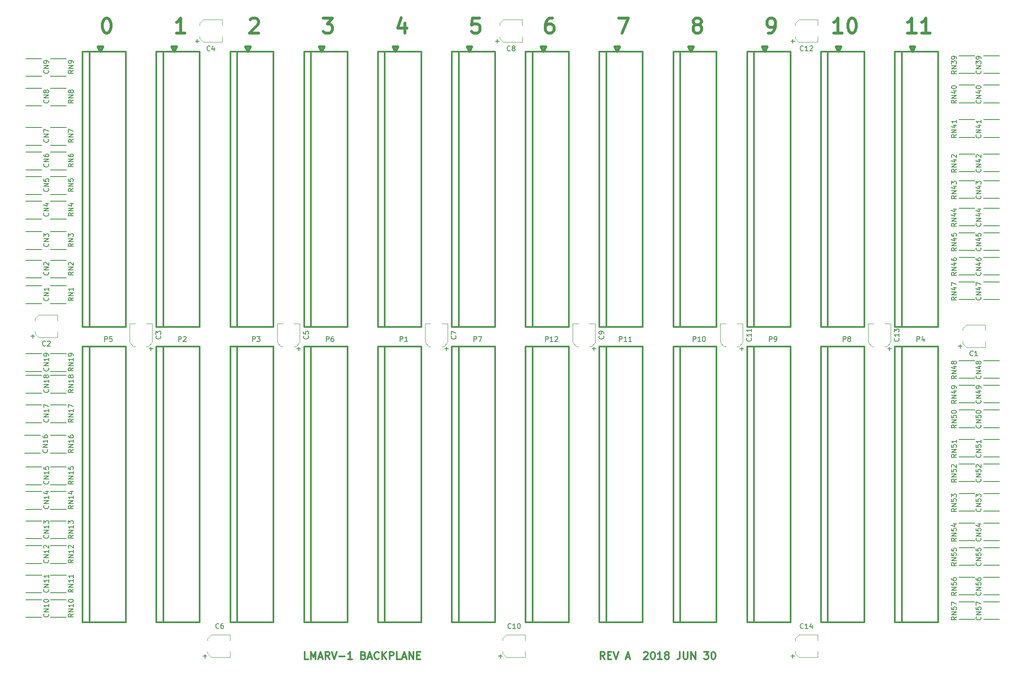
<source format=gto>
G04 #@! TF.GenerationSoftware,KiCad,Pcbnew,(5.0.0-rc2-35-gda6600525)*
G04 #@! TF.CreationDate,2018-06-30T14:58:03-07:00*
G04 #@! TF.ProjectId,register-motherboard,72656769737465722D6D6F7468657262,rev?*
G04 #@! TF.SameCoordinates,Original*
G04 #@! TF.FileFunction,Legend,Top*
G04 #@! TF.FilePolarity,Positive*
%FSLAX46Y46*%
G04 Gerber Fmt 4.6, Leading zero omitted, Abs format (unit mm)*
G04 Created by KiCad (PCBNEW (5.0.0-rc2-35-gda6600525)) date 06/30/18 14:58:03*
%MOMM*%
%LPD*%
G01*
G04 APERTURE LIST*
%ADD10C,0.300000*%
%ADD11C,0.600000*%
%ADD12C,0.120000*%
%ADD13C,0.150000*%
%ADD14C,0.500000*%
G04 APERTURE END LIST*
D10*
X171214285Y-171678571D02*
X170714285Y-170964285D01*
X170357142Y-171678571D02*
X170357142Y-170178571D01*
X170928571Y-170178571D01*
X171071428Y-170250000D01*
X171142857Y-170321428D01*
X171214285Y-170464285D01*
X171214285Y-170678571D01*
X171142857Y-170821428D01*
X171071428Y-170892857D01*
X170928571Y-170964285D01*
X170357142Y-170964285D01*
X171857142Y-170892857D02*
X172357142Y-170892857D01*
X172571428Y-171678571D02*
X171857142Y-171678571D01*
X171857142Y-170178571D01*
X172571428Y-170178571D01*
X173000000Y-170178571D02*
X173500000Y-171678571D01*
X174000000Y-170178571D01*
X175571428Y-171250000D02*
X176285714Y-171250000D01*
X175428571Y-171678571D02*
X175928571Y-170178571D01*
X176428571Y-171678571D01*
X179142857Y-170321428D02*
X179214285Y-170250000D01*
X179357142Y-170178571D01*
X179714285Y-170178571D01*
X179857142Y-170250000D01*
X179928571Y-170321428D01*
X180000000Y-170464285D01*
X180000000Y-170607142D01*
X179928571Y-170821428D01*
X179071428Y-171678571D01*
X180000000Y-171678571D01*
X180928571Y-170178571D02*
X181071428Y-170178571D01*
X181214285Y-170250000D01*
X181285714Y-170321428D01*
X181357142Y-170464285D01*
X181428571Y-170750000D01*
X181428571Y-171107142D01*
X181357142Y-171392857D01*
X181285714Y-171535714D01*
X181214285Y-171607142D01*
X181071428Y-171678571D01*
X180928571Y-171678571D01*
X180785714Y-171607142D01*
X180714285Y-171535714D01*
X180642857Y-171392857D01*
X180571428Y-171107142D01*
X180571428Y-170750000D01*
X180642857Y-170464285D01*
X180714285Y-170321428D01*
X180785714Y-170250000D01*
X180928571Y-170178571D01*
X182857142Y-171678571D02*
X182000000Y-171678571D01*
X182428571Y-171678571D02*
X182428571Y-170178571D01*
X182285714Y-170392857D01*
X182142857Y-170535714D01*
X182000000Y-170607142D01*
X183714285Y-170821428D02*
X183571428Y-170750000D01*
X183500000Y-170678571D01*
X183428571Y-170535714D01*
X183428571Y-170464285D01*
X183500000Y-170321428D01*
X183571428Y-170250000D01*
X183714285Y-170178571D01*
X184000000Y-170178571D01*
X184142857Y-170250000D01*
X184214285Y-170321428D01*
X184285714Y-170464285D01*
X184285714Y-170535714D01*
X184214285Y-170678571D01*
X184142857Y-170750000D01*
X184000000Y-170821428D01*
X183714285Y-170821428D01*
X183571428Y-170892857D01*
X183500000Y-170964285D01*
X183428571Y-171107142D01*
X183428571Y-171392857D01*
X183500000Y-171535714D01*
X183571428Y-171607142D01*
X183714285Y-171678571D01*
X184000000Y-171678571D01*
X184142857Y-171607142D01*
X184214285Y-171535714D01*
X184285714Y-171392857D01*
X184285714Y-171107142D01*
X184214285Y-170964285D01*
X184142857Y-170892857D01*
X184000000Y-170821428D01*
X186500000Y-170178571D02*
X186500000Y-171250000D01*
X186428571Y-171464285D01*
X186285714Y-171607142D01*
X186071428Y-171678571D01*
X185928571Y-171678571D01*
X187214285Y-170178571D02*
X187214285Y-171392857D01*
X187285714Y-171535714D01*
X187357142Y-171607142D01*
X187500000Y-171678571D01*
X187785714Y-171678571D01*
X187928571Y-171607142D01*
X188000000Y-171535714D01*
X188071428Y-171392857D01*
X188071428Y-170178571D01*
X188785714Y-171678571D02*
X188785714Y-170178571D01*
X189642857Y-171678571D01*
X189642857Y-170178571D01*
X191357142Y-170178571D02*
X192285714Y-170178571D01*
X191785714Y-170750000D01*
X192000000Y-170750000D01*
X192142857Y-170821428D01*
X192214285Y-170892857D01*
X192285714Y-171035714D01*
X192285714Y-171392857D01*
X192214285Y-171535714D01*
X192142857Y-171607142D01*
X192000000Y-171678571D01*
X191571428Y-171678571D01*
X191428571Y-171607142D01*
X191357142Y-171535714D01*
X193214285Y-170178571D02*
X193357142Y-170178571D01*
X193500000Y-170250000D01*
X193571428Y-170321428D01*
X193642857Y-170464285D01*
X193714285Y-170750000D01*
X193714285Y-171107142D01*
X193642857Y-171392857D01*
X193571428Y-171535714D01*
X193500000Y-171607142D01*
X193357142Y-171678571D01*
X193214285Y-171678571D01*
X193071428Y-171607142D01*
X193000000Y-171535714D01*
X192928571Y-171392857D01*
X192857142Y-171107142D01*
X192857142Y-170750000D01*
X192928571Y-170464285D01*
X193000000Y-170321428D01*
X193071428Y-170250000D01*
X193214285Y-170178571D01*
X111000000Y-171678571D02*
X110285714Y-171678571D01*
X110285714Y-170178571D01*
X111500000Y-171678571D02*
X111500000Y-170178571D01*
X112000000Y-171250000D01*
X112500000Y-170178571D01*
X112500000Y-171678571D01*
X113142857Y-171250000D02*
X113857142Y-171250000D01*
X113000000Y-171678571D02*
X113500000Y-170178571D01*
X114000000Y-171678571D01*
X115357142Y-171678571D02*
X114857142Y-170964285D01*
X114500000Y-171678571D02*
X114500000Y-170178571D01*
X115071428Y-170178571D01*
X115214285Y-170250000D01*
X115285714Y-170321428D01*
X115357142Y-170464285D01*
X115357142Y-170678571D01*
X115285714Y-170821428D01*
X115214285Y-170892857D01*
X115071428Y-170964285D01*
X114500000Y-170964285D01*
X115785714Y-170178571D02*
X116285714Y-171678571D01*
X116785714Y-170178571D01*
X117285714Y-171107142D02*
X118428571Y-171107142D01*
X119928571Y-171678571D02*
X119071428Y-171678571D01*
X119500000Y-171678571D02*
X119500000Y-170178571D01*
X119357142Y-170392857D01*
X119214285Y-170535714D01*
X119071428Y-170607142D01*
X122214285Y-170892857D02*
X122428571Y-170964285D01*
X122500000Y-171035714D01*
X122571428Y-171178571D01*
X122571428Y-171392857D01*
X122500000Y-171535714D01*
X122428571Y-171607142D01*
X122285714Y-171678571D01*
X121714285Y-171678571D01*
X121714285Y-170178571D01*
X122214285Y-170178571D01*
X122357142Y-170250000D01*
X122428571Y-170321428D01*
X122500000Y-170464285D01*
X122500000Y-170607142D01*
X122428571Y-170750000D01*
X122357142Y-170821428D01*
X122214285Y-170892857D01*
X121714285Y-170892857D01*
X123142857Y-171250000D02*
X123857142Y-171250000D01*
X123000000Y-171678571D02*
X123500000Y-170178571D01*
X124000000Y-171678571D01*
X125357142Y-171535714D02*
X125285714Y-171607142D01*
X125071428Y-171678571D01*
X124928571Y-171678571D01*
X124714285Y-171607142D01*
X124571428Y-171464285D01*
X124500000Y-171321428D01*
X124428571Y-171035714D01*
X124428571Y-170821428D01*
X124500000Y-170535714D01*
X124571428Y-170392857D01*
X124714285Y-170250000D01*
X124928571Y-170178571D01*
X125071428Y-170178571D01*
X125285714Y-170250000D01*
X125357142Y-170321428D01*
X126000000Y-171678571D02*
X126000000Y-170178571D01*
X126857142Y-171678571D02*
X126214285Y-170821428D01*
X126857142Y-170178571D02*
X126000000Y-171035714D01*
X127500000Y-171678571D02*
X127500000Y-170178571D01*
X128071428Y-170178571D01*
X128214285Y-170250000D01*
X128285714Y-170321428D01*
X128357142Y-170464285D01*
X128357142Y-170678571D01*
X128285714Y-170821428D01*
X128214285Y-170892857D01*
X128071428Y-170964285D01*
X127500000Y-170964285D01*
X129714285Y-171678571D02*
X129000000Y-171678571D01*
X129000000Y-170178571D01*
X130142857Y-171250000D02*
X130857142Y-171250000D01*
X130000000Y-171678571D02*
X130500000Y-170178571D01*
X131000000Y-171678571D01*
X131500000Y-171678571D02*
X131500000Y-170178571D01*
X132357142Y-171678571D01*
X132357142Y-170178571D01*
X133071428Y-170892857D02*
X133571428Y-170892857D01*
X133785714Y-171678571D02*
X133071428Y-171678571D01*
X133071428Y-170178571D01*
X133785714Y-170178571D01*
D11*
X174000000Y-41357142D02*
X176000000Y-41357142D01*
X174714285Y-44357142D01*
X204428571Y-44357142D02*
X205000000Y-44357142D01*
X205285714Y-44214285D01*
X205428571Y-44071428D01*
X205714285Y-43642857D01*
X205857142Y-43071428D01*
X205857142Y-41928571D01*
X205714285Y-41642857D01*
X205571428Y-41500000D01*
X205285714Y-41357142D01*
X204714285Y-41357142D01*
X204428571Y-41500000D01*
X204285714Y-41642857D01*
X204142857Y-41928571D01*
X204142857Y-42642857D01*
X204285714Y-42928571D01*
X204428571Y-43071428D01*
X204714285Y-43214285D01*
X205285714Y-43214285D01*
X205571428Y-43071428D01*
X205714285Y-42928571D01*
X205857142Y-42642857D01*
X234428571Y-44357142D02*
X232714285Y-44357142D01*
X233571428Y-44357142D02*
X233571428Y-41357142D01*
X233285714Y-41785714D01*
X233000000Y-42071428D01*
X232714285Y-42214285D01*
X237285714Y-44357142D02*
X235571428Y-44357142D01*
X236428571Y-44357142D02*
X236428571Y-41357142D01*
X236142857Y-41785714D01*
X235857142Y-42071428D01*
X235571428Y-42214285D01*
X219428571Y-44357142D02*
X217714285Y-44357142D01*
X218571428Y-44357142D02*
X218571428Y-41357142D01*
X218285714Y-41785714D01*
X218000000Y-42071428D01*
X217714285Y-42214285D01*
X221285714Y-41357142D02*
X221571428Y-41357142D01*
X221857142Y-41500000D01*
X222000000Y-41642857D01*
X222142857Y-41928571D01*
X222285714Y-42500000D01*
X222285714Y-43214285D01*
X222142857Y-43785714D01*
X222000000Y-44071428D01*
X221857142Y-44214285D01*
X221571428Y-44357142D01*
X221285714Y-44357142D01*
X221000000Y-44214285D01*
X220857142Y-44071428D01*
X220714285Y-43785714D01*
X220571428Y-43214285D01*
X220571428Y-42500000D01*
X220714285Y-41928571D01*
X220857142Y-41642857D01*
X221000000Y-41500000D01*
X221285714Y-41357142D01*
X160571428Y-41357142D02*
X160000000Y-41357142D01*
X159714285Y-41500000D01*
X159571428Y-41642857D01*
X159285714Y-42071428D01*
X159142857Y-42642857D01*
X159142857Y-43785714D01*
X159285714Y-44071428D01*
X159428571Y-44214285D01*
X159714285Y-44357142D01*
X160285714Y-44357142D01*
X160571428Y-44214285D01*
X160714285Y-44071428D01*
X160857142Y-43785714D01*
X160857142Y-43071428D01*
X160714285Y-42785714D01*
X160571428Y-42642857D01*
X160285714Y-42500000D01*
X159714285Y-42500000D01*
X159428571Y-42642857D01*
X159285714Y-42785714D01*
X159142857Y-43071428D01*
X189714285Y-42642857D02*
X189428571Y-42500000D01*
X189285714Y-42357142D01*
X189142857Y-42071428D01*
X189142857Y-41928571D01*
X189285714Y-41642857D01*
X189428571Y-41500000D01*
X189714285Y-41357142D01*
X190285714Y-41357142D01*
X190571428Y-41500000D01*
X190714285Y-41642857D01*
X190857142Y-41928571D01*
X190857142Y-42071428D01*
X190714285Y-42357142D01*
X190571428Y-42500000D01*
X190285714Y-42642857D01*
X189714285Y-42642857D01*
X189428571Y-42785714D01*
X189285714Y-42928571D01*
X189142857Y-43214285D01*
X189142857Y-43785714D01*
X189285714Y-44071428D01*
X189428571Y-44214285D01*
X189714285Y-44357142D01*
X190285714Y-44357142D01*
X190571428Y-44214285D01*
X190714285Y-44071428D01*
X190857142Y-43785714D01*
X190857142Y-43214285D01*
X190714285Y-42928571D01*
X190571428Y-42785714D01*
X190285714Y-42642857D01*
X130571428Y-42357142D02*
X130571428Y-44357142D01*
X129857142Y-41214285D02*
X129142857Y-43357142D01*
X131000000Y-43357142D01*
X114000000Y-41357142D02*
X115857142Y-41357142D01*
X114857142Y-42500000D01*
X115285714Y-42500000D01*
X115571428Y-42642857D01*
X115714285Y-42785714D01*
X115857142Y-43071428D01*
X115857142Y-43785714D01*
X115714285Y-44071428D01*
X115571428Y-44214285D01*
X115285714Y-44357142D01*
X114428571Y-44357142D01*
X114142857Y-44214285D01*
X114000000Y-44071428D01*
X145714285Y-41357142D02*
X144285714Y-41357142D01*
X144142857Y-42785714D01*
X144285714Y-42642857D01*
X144571428Y-42500000D01*
X145285714Y-42500000D01*
X145571428Y-42642857D01*
X145714285Y-42785714D01*
X145857142Y-43071428D01*
X145857142Y-43785714D01*
X145714285Y-44071428D01*
X145571428Y-44214285D01*
X145285714Y-44357142D01*
X144571428Y-44357142D01*
X144285714Y-44214285D01*
X144142857Y-44071428D01*
X99142857Y-41642857D02*
X99285714Y-41500000D01*
X99571428Y-41357142D01*
X100285714Y-41357142D01*
X100571428Y-41500000D01*
X100714285Y-41642857D01*
X100857142Y-41928571D01*
X100857142Y-42214285D01*
X100714285Y-42642857D01*
X99000000Y-44357142D01*
X100857142Y-44357142D01*
X85857142Y-44357142D02*
X84142857Y-44357142D01*
X85000000Y-44357142D02*
X85000000Y-41357142D01*
X84714285Y-41785714D01*
X84428571Y-42071428D01*
X84142857Y-42214285D01*
X69857142Y-41357142D02*
X70142857Y-41357142D01*
X70428571Y-41500000D01*
X70571428Y-41642857D01*
X70714285Y-41928571D01*
X70857142Y-42500000D01*
X70857142Y-43214285D01*
X70714285Y-43785714D01*
X70571428Y-44071428D01*
X70428571Y-44214285D01*
X70142857Y-44357142D01*
X69857142Y-44357142D01*
X69571428Y-44214285D01*
X69428571Y-44071428D01*
X69285714Y-43785714D01*
X69142857Y-43214285D01*
X69142857Y-42500000D01*
X69285714Y-41928571D01*
X69428571Y-41642857D01*
X69571428Y-41500000D01*
X69857142Y-41357142D01*
D12*
G04 #@! TO.C,C2*
X56280000Y-106250000D02*
X55510000Y-105490000D01*
X56280000Y-106250000D02*
X60090000Y-106250000D01*
X56280000Y-101680000D02*
X55510000Y-102440000D01*
X56280000Y-101680000D02*
X60090000Y-101680000D01*
X55510000Y-102440000D02*
X55510000Y-102850000D01*
X55510000Y-105490000D02*
X55510000Y-105080000D01*
X60090000Y-106250000D02*
X60090000Y-105080000D01*
X60090000Y-101680000D02*
X60090000Y-102850000D01*
G04 #@! TO.C,C1*
X248490000Y-103700000D02*
X248490000Y-104870000D01*
X248490000Y-108270000D02*
X248490000Y-107100000D01*
X243910000Y-107510000D02*
X243910000Y-107100000D01*
X243910000Y-104460000D02*
X243910000Y-104870000D01*
X244680000Y-103700000D02*
X248490000Y-103700000D01*
X244680000Y-103700000D02*
X243910000Y-104460000D01*
X244680000Y-108270000D02*
X248490000Y-108270000D01*
X244680000Y-108270000D02*
X243910000Y-107510000D01*
G04 #@! TO.C,C3*
X74700000Y-103510000D02*
X75870000Y-103510000D01*
X79270000Y-103510000D02*
X78100000Y-103510000D01*
X78510000Y-108090000D02*
X78100000Y-108090000D01*
X75460000Y-108090000D02*
X75870000Y-108090000D01*
X74700000Y-107320000D02*
X74700000Y-103510000D01*
X74700000Y-107320000D02*
X75460000Y-108090000D01*
X79270000Y-107320000D02*
X79270000Y-103510000D01*
X79270000Y-107320000D02*
X78510000Y-108090000D01*
G04 #@! TO.C,C4*
X89680000Y-46270000D02*
X88910000Y-45510000D01*
X89680000Y-46270000D02*
X93490000Y-46270000D01*
X89680000Y-41700000D02*
X88910000Y-42460000D01*
X89680000Y-41700000D02*
X93490000Y-41700000D01*
X88910000Y-42460000D02*
X88910000Y-42870000D01*
X88910000Y-45510000D02*
X88910000Y-45100000D01*
X93490000Y-46270000D02*
X93490000Y-45100000D01*
X93490000Y-41700000D02*
X93490000Y-42870000D01*
G04 #@! TO.C,C5*
X104700000Y-103510000D02*
X105870000Y-103510000D01*
X109270000Y-103510000D02*
X108100000Y-103510000D01*
X108510000Y-108090000D02*
X108100000Y-108090000D01*
X105460000Y-108090000D02*
X105870000Y-108090000D01*
X104700000Y-107320000D02*
X104700000Y-103510000D01*
X104700000Y-107320000D02*
X105460000Y-108090000D01*
X109270000Y-107320000D02*
X109270000Y-103510000D01*
X109270000Y-107320000D02*
X108510000Y-108090000D01*
G04 #@! TO.C,C6*
X91280000Y-171270000D02*
X90510000Y-170510000D01*
X91280000Y-171270000D02*
X95090000Y-171270000D01*
X91280000Y-166700000D02*
X90510000Y-167460000D01*
X91280000Y-166700000D02*
X95090000Y-166700000D01*
X90510000Y-167460000D02*
X90510000Y-167870000D01*
X90510000Y-170510000D02*
X90510000Y-170100000D01*
X95090000Y-171270000D02*
X95090000Y-170100000D01*
X95090000Y-166700000D02*
X95090000Y-167870000D01*
G04 #@! TO.C,C7*
X134700000Y-103510000D02*
X135870000Y-103510000D01*
X139270000Y-103510000D02*
X138100000Y-103510000D01*
X138510000Y-108090000D02*
X138100000Y-108090000D01*
X135460000Y-108090000D02*
X135870000Y-108090000D01*
X134700000Y-107320000D02*
X134700000Y-103510000D01*
X134700000Y-107320000D02*
X135460000Y-108090000D01*
X139270000Y-107320000D02*
X139270000Y-103510000D01*
X139270000Y-107320000D02*
X138510000Y-108090000D01*
G04 #@! TO.C,C8*
X150680000Y-46270000D02*
X149910000Y-45510000D01*
X150680000Y-46270000D02*
X154490000Y-46270000D01*
X150680000Y-41700000D02*
X149910000Y-42460000D01*
X150680000Y-41700000D02*
X154490000Y-41700000D01*
X149910000Y-42460000D02*
X149910000Y-42870000D01*
X149910000Y-45510000D02*
X149910000Y-45100000D01*
X154490000Y-46270000D02*
X154490000Y-45100000D01*
X154490000Y-41700000D02*
X154490000Y-42870000D01*
G04 #@! TO.C,C9*
X164700000Y-103510000D02*
X165870000Y-103510000D01*
X169270000Y-103510000D02*
X168100000Y-103510000D01*
X168510000Y-108090000D02*
X168100000Y-108090000D01*
X165460000Y-108090000D02*
X165870000Y-108090000D01*
X164700000Y-107320000D02*
X164700000Y-103510000D01*
X164700000Y-107320000D02*
X165460000Y-108090000D01*
X169270000Y-107320000D02*
X169270000Y-103510000D01*
X169270000Y-107320000D02*
X168510000Y-108090000D01*
G04 #@! TO.C,C10*
X151280000Y-171270000D02*
X150510000Y-170510000D01*
X151280000Y-171270000D02*
X155090000Y-171270000D01*
X151280000Y-166700000D02*
X150510000Y-167460000D01*
X151280000Y-166700000D02*
X155090000Y-166700000D01*
X150510000Y-167460000D02*
X150510000Y-167870000D01*
X150510000Y-170510000D02*
X150510000Y-170100000D01*
X155090000Y-171270000D02*
X155090000Y-170100000D01*
X155090000Y-166700000D02*
X155090000Y-167870000D01*
G04 #@! TO.C,C11*
X194700000Y-103510000D02*
X195870000Y-103510000D01*
X199270000Y-103510000D02*
X198100000Y-103510000D01*
X198510000Y-108090000D02*
X198100000Y-108090000D01*
X195460000Y-108090000D02*
X195870000Y-108090000D01*
X194700000Y-107320000D02*
X194700000Y-103510000D01*
X194700000Y-107320000D02*
X195460000Y-108090000D01*
X199270000Y-107320000D02*
X199270000Y-103510000D01*
X199270000Y-107320000D02*
X198510000Y-108090000D01*
G04 #@! TO.C,C12*
X210680000Y-46270000D02*
X209910000Y-45510000D01*
X210680000Y-46270000D02*
X214490000Y-46270000D01*
X210680000Y-41700000D02*
X209910000Y-42460000D01*
X210680000Y-41700000D02*
X214490000Y-41700000D01*
X209910000Y-42460000D02*
X209910000Y-42870000D01*
X209910000Y-45510000D02*
X209910000Y-45100000D01*
X214490000Y-46270000D02*
X214490000Y-45100000D01*
X214490000Y-41700000D02*
X214490000Y-42870000D01*
D13*
G04 #@! TO.C,CN1*
X53600000Y-95800000D02*
X56800000Y-95800000D01*
X53600000Y-99400000D02*
X56800000Y-99400000D01*
G04 #@! TO.C,CN2*
X53600000Y-90600000D02*
X56800000Y-90600000D01*
X53600000Y-94200000D02*
X56800000Y-94200000D01*
G04 #@! TO.C,CN3*
X53600000Y-84800000D02*
X56800000Y-84800000D01*
X53600000Y-88400000D02*
X56800000Y-88400000D01*
G04 #@! TO.C,CN4*
X53600000Y-78600000D02*
X56800000Y-78600000D01*
X53600000Y-82200000D02*
X56800000Y-82200000D01*
G04 #@! TO.C,CN5*
X53600000Y-73600000D02*
X56800000Y-73600000D01*
X53600000Y-77200000D02*
X56800000Y-77200000D01*
G04 #@! TO.C,CN6*
X53600000Y-68600000D02*
X56800000Y-68600000D01*
X53600000Y-72200000D02*
X56800000Y-72200000D01*
G04 #@! TO.C,CN7*
X53600000Y-63600000D02*
X56800000Y-63600000D01*
X53600000Y-67200000D02*
X56800000Y-67200000D01*
G04 #@! TO.C,CN8*
X53600000Y-59200000D02*
X56800000Y-59200000D01*
X53600000Y-55600000D02*
X56800000Y-55600000D01*
G04 #@! TO.C,CN9*
X53600000Y-49600000D02*
X56800000Y-49600000D01*
X53600000Y-53200000D02*
X56800000Y-53200000D01*
G04 #@! TO.C,CN10*
X53600000Y-163200000D02*
X56800000Y-163200000D01*
X53600000Y-159600000D02*
X56800000Y-159600000D01*
G04 #@! TO.C,CN11*
X53600000Y-158200000D02*
X56800000Y-158200000D01*
X53600000Y-154600000D02*
X56800000Y-154600000D01*
G04 #@! TO.C,CN12*
X53600000Y-152200000D02*
X56800000Y-152200000D01*
X53600000Y-148600000D02*
X56800000Y-148600000D01*
G04 #@! TO.C,CN13*
X53600000Y-147200000D02*
X56800000Y-147200000D01*
X53600000Y-143600000D02*
X56800000Y-143600000D01*
G04 #@! TO.C,CN14*
X53600000Y-141200000D02*
X56800000Y-141200000D01*
X53600000Y-137600000D02*
X56800000Y-137600000D01*
G04 #@! TO.C,CN15*
X53600000Y-136200000D02*
X56800000Y-136200000D01*
X53600000Y-132600000D02*
X56800000Y-132600000D01*
G04 #@! TO.C,CN16*
X53400000Y-129800000D02*
X56600000Y-129800000D01*
X53400000Y-126200000D02*
X56600000Y-126200000D01*
G04 #@! TO.C,CN17*
X53600000Y-123600000D02*
X56800000Y-123600000D01*
X53600000Y-120000000D02*
X56800000Y-120000000D01*
G04 #@! TO.C,CN18*
X53600000Y-117600000D02*
X56800000Y-117600000D01*
X53600000Y-114000000D02*
X56800000Y-114000000D01*
G04 #@! TO.C,CN19*
X53600000Y-113200000D02*
X56800000Y-113200000D01*
X53600000Y-109600000D02*
X56800000Y-109600000D01*
D10*
G04 #@! TO.C,P1*
X126550000Y-108150000D02*
X126550000Y-164150000D01*
X126550000Y-48150000D02*
X126550000Y-104150000D01*
X125150000Y-108150000D02*
X125150000Y-164150000D01*
X125150000Y-48150000D02*
X125150000Y-104150000D01*
X133950000Y-48150000D02*
X133950000Y-104150000D01*
X133850000Y-108150000D02*
X125150000Y-108150000D01*
X133850000Y-164150000D02*
X125150000Y-164150000D01*
X133850000Y-48150000D02*
X125150000Y-48150000D01*
X133850000Y-104150000D02*
X125150000Y-104150000D01*
X133950000Y-108150000D02*
X133950000Y-164150000D01*
D14*
X128750000Y-48150000D02*
X129250000Y-47150000D01*
X129250000Y-47150000D02*
X128250000Y-47150000D01*
X128250000Y-47150000D02*
X128750000Y-48150000D01*
G04 #@! TO.C,P2*
X83250000Y-47150000D02*
X83750000Y-48150000D01*
X84250000Y-47150000D02*
X83250000Y-47150000D01*
X83750000Y-48150000D02*
X84250000Y-47150000D01*
D10*
X88950000Y-108150000D02*
X88950000Y-164150000D01*
X88850000Y-104150000D02*
X80150000Y-104150000D01*
X88850000Y-48150000D02*
X80150000Y-48150000D01*
X88850000Y-164150000D02*
X80150000Y-164150000D01*
X88850000Y-108150000D02*
X80150000Y-108150000D01*
X88950000Y-48150000D02*
X88950000Y-104150000D01*
X80150000Y-48150000D02*
X80150000Y-104150000D01*
X80150000Y-108150000D02*
X80150000Y-164150000D01*
X81550000Y-48150000D02*
X81550000Y-104150000D01*
X81550000Y-108150000D02*
X81550000Y-164150000D01*
G04 #@! TO.C,P3*
X96550000Y-108150000D02*
X96550000Y-164150000D01*
X96550000Y-48150000D02*
X96550000Y-104150000D01*
X95150000Y-108150000D02*
X95150000Y-164150000D01*
X95150000Y-48150000D02*
X95150000Y-104150000D01*
X103950000Y-48150000D02*
X103950000Y-104150000D01*
X103850000Y-108150000D02*
X95150000Y-108150000D01*
X103850000Y-164150000D02*
X95150000Y-164150000D01*
X103850000Y-48150000D02*
X95150000Y-48150000D01*
X103850000Y-104150000D02*
X95150000Y-104150000D01*
X103950000Y-108150000D02*
X103950000Y-164150000D01*
D14*
X98750000Y-48150000D02*
X99250000Y-47150000D01*
X99250000Y-47150000D02*
X98250000Y-47150000D01*
X98250000Y-47150000D02*
X98750000Y-48150000D01*
G04 #@! TO.C,P4*
X233250000Y-47150000D02*
X233750000Y-48150000D01*
X234250000Y-47150000D02*
X233250000Y-47150000D01*
X233750000Y-48150000D02*
X234250000Y-47150000D01*
D10*
X238950000Y-108150000D02*
X238950000Y-164150000D01*
X238850000Y-104150000D02*
X230150000Y-104150000D01*
X238850000Y-48150000D02*
X230150000Y-48150000D01*
X238850000Y-164150000D02*
X230150000Y-164150000D01*
X238850000Y-108150000D02*
X230150000Y-108150000D01*
X238950000Y-48150000D02*
X238950000Y-104150000D01*
X230150000Y-48150000D02*
X230150000Y-104150000D01*
X230150000Y-108150000D02*
X230150000Y-164150000D01*
X231550000Y-48150000D02*
X231550000Y-104150000D01*
X231550000Y-108150000D02*
X231550000Y-164150000D01*
G04 #@! TO.C,P5*
X66550000Y-108150000D02*
X66550000Y-164150000D01*
X66550000Y-48150000D02*
X66550000Y-104150000D01*
X65150000Y-108150000D02*
X65150000Y-164150000D01*
X65150000Y-48150000D02*
X65150000Y-104150000D01*
X73950000Y-48150000D02*
X73950000Y-104150000D01*
X73850000Y-108150000D02*
X65150000Y-108150000D01*
X73850000Y-164150000D02*
X65150000Y-164150000D01*
X73850000Y-48150000D02*
X65150000Y-48150000D01*
X73850000Y-104150000D02*
X65150000Y-104150000D01*
X73950000Y-108150000D02*
X73950000Y-164150000D01*
D14*
X68750000Y-48150000D02*
X69250000Y-47150000D01*
X69250000Y-47150000D02*
X68250000Y-47150000D01*
X68250000Y-47150000D02*
X68750000Y-48150000D01*
G04 #@! TO.C,P6*
X113250000Y-47150000D02*
X113750000Y-48150000D01*
X114250000Y-47150000D02*
X113250000Y-47150000D01*
X113750000Y-48150000D02*
X114250000Y-47150000D01*
D10*
X118950000Y-108150000D02*
X118950000Y-164150000D01*
X118850000Y-104150000D02*
X110150000Y-104150000D01*
X118850000Y-48150000D02*
X110150000Y-48150000D01*
X118850000Y-164150000D02*
X110150000Y-164150000D01*
X118850000Y-108150000D02*
X110150000Y-108150000D01*
X118950000Y-48150000D02*
X118950000Y-104150000D01*
X110150000Y-48150000D02*
X110150000Y-104150000D01*
X110150000Y-108150000D02*
X110150000Y-164150000D01*
X111550000Y-48150000D02*
X111550000Y-104150000D01*
X111550000Y-108150000D02*
X111550000Y-164150000D01*
G04 #@! TO.C,P7*
X141550000Y-108150000D02*
X141550000Y-164150000D01*
X141550000Y-48150000D02*
X141550000Y-104150000D01*
X140150000Y-108150000D02*
X140150000Y-164150000D01*
X140150000Y-48150000D02*
X140150000Y-104150000D01*
X148950000Y-48150000D02*
X148950000Y-104150000D01*
X148850000Y-108150000D02*
X140150000Y-108150000D01*
X148850000Y-164150000D02*
X140150000Y-164150000D01*
X148850000Y-48150000D02*
X140150000Y-48150000D01*
X148850000Y-104150000D02*
X140150000Y-104150000D01*
X148950000Y-108150000D02*
X148950000Y-164150000D01*
D14*
X143750000Y-48150000D02*
X144250000Y-47150000D01*
X144250000Y-47150000D02*
X143250000Y-47150000D01*
X143250000Y-47150000D02*
X143750000Y-48150000D01*
G04 #@! TO.C,P8*
X218250000Y-47150000D02*
X218750000Y-48150000D01*
X219250000Y-47150000D02*
X218250000Y-47150000D01*
X218750000Y-48150000D02*
X219250000Y-47150000D01*
D10*
X223950000Y-108150000D02*
X223950000Y-164150000D01*
X223850000Y-104150000D02*
X215150000Y-104150000D01*
X223850000Y-48150000D02*
X215150000Y-48150000D01*
X223850000Y-164150000D02*
X215150000Y-164150000D01*
X223850000Y-108150000D02*
X215150000Y-108150000D01*
X223950000Y-48150000D02*
X223950000Y-104150000D01*
X215150000Y-48150000D02*
X215150000Y-104150000D01*
X215150000Y-108150000D02*
X215150000Y-164150000D01*
X216550000Y-48150000D02*
X216550000Y-104150000D01*
X216550000Y-108150000D02*
X216550000Y-164150000D01*
G04 #@! TO.C,P9*
X201550000Y-108150000D02*
X201550000Y-164150000D01*
X201550000Y-48150000D02*
X201550000Y-104150000D01*
X200150000Y-108150000D02*
X200150000Y-164150000D01*
X200150000Y-48150000D02*
X200150000Y-104150000D01*
X208950000Y-48150000D02*
X208950000Y-104150000D01*
X208850000Y-108150000D02*
X200150000Y-108150000D01*
X208850000Y-164150000D02*
X200150000Y-164150000D01*
X208850000Y-48150000D02*
X200150000Y-48150000D01*
X208850000Y-104150000D02*
X200150000Y-104150000D01*
X208950000Y-108150000D02*
X208950000Y-164150000D01*
D14*
X203750000Y-48150000D02*
X204250000Y-47150000D01*
X204250000Y-47150000D02*
X203250000Y-47150000D01*
X203250000Y-47150000D02*
X203750000Y-48150000D01*
G04 #@! TO.C,P10*
X188250000Y-47150000D02*
X188750000Y-48150000D01*
X189250000Y-47150000D02*
X188250000Y-47150000D01*
X188750000Y-48150000D02*
X189250000Y-47150000D01*
D10*
X193950000Y-108150000D02*
X193950000Y-164150000D01*
X193850000Y-104150000D02*
X185150000Y-104150000D01*
X193850000Y-48150000D02*
X185150000Y-48150000D01*
X193850000Y-164150000D02*
X185150000Y-164150000D01*
X193850000Y-108150000D02*
X185150000Y-108150000D01*
X193950000Y-48150000D02*
X193950000Y-104150000D01*
X185150000Y-48150000D02*
X185150000Y-104150000D01*
X185150000Y-108150000D02*
X185150000Y-164150000D01*
X186550000Y-48150000D02*
X186550000Y-104150000D01*
X186550000Y-108150000D02*
X186550000Y-164150000D01*
G04 #@! TO.C,P11*
X171550000Y-108150000D02*
X171550000Y-164150000D01*
X171550000Y-48150000D02*
X171550000Y-104150000D01*
X170150000Y-108150000D02*
X170150000Y-164150000D01*
X170150000Y-48150000D02*
X170150000Y-104150000D01*
X178950000Y-48150000D02*
X178950000Y-104150000D01*
X178850000Y-108150000D02*
X170150000Y-108150000D01*
X178850000Y-164150000D02*
X170150000Y-164150000D01*
X178850000Y-48150000D02*
X170150000Y-48150000D01*
X178850000Y-104150000D02*
X170150000Y-104150000D01*
X178950000Y-108150000D02*
X178950000Y-164150000D01*
D14*
X173750000Y-48150000D02*
X174250000Y-47150000D01*
X174250000Y-47150000D02*
X173250000Y-47150000D01*
X173250000Y-47150000D02*
X173750000Y-48150000D01*
G04 #@! TO.C,P12*
X158250000Y-47150000D02*
X158750000Y-48150000D01*
X159250000Y-47150000D02*
X158250000Y-47150000D01*
X158750000Y-48150000D02*
X159250000Y-47150000D01*
D10*
X163950000Y-108150000D02*
X163950000Y-164150000D01*
X163850000Y-104150000D02*
X155150000Y-104150000D01*
X163850000Y-48150000D02*
X155150000Y-48150000D01*
X163850000Y-164150000D02*
X155150000Y-164150000D01*
X163850000Y-108150000D02*
X155150000Y-108150000D01*
X163950000Y-48150000D02*
X163950000Y-104150000D01*
X155150000Y-48150000D02*
X155150000Y-104150000D01*
X155150000Y-108150000D02*
X155150000Y-164150000D01*
X156550000Y-48150000D02*
X156550000Y-104150000D01*
X156550000Y-108150000D02*
X156550000Y-164150000D01*
D13*
G04 #@! TO.C,RN1*
X58600000Y-99400000D02*
X61800000Y-99400000D01*
X58600000Y-95800000D02*
X61800000Y-95800000D01*
G04 #@! TO.C,RN2*
X58600000Y-94200000D02*
X61800000Y-94200000D01*
X58600000Y-90600000D02*
X61800000Y-90600000D01*
G04 #@! TO.C,RN3*
X58600000Y-88400000D02*
X61800000Y-88400000D01*
X58600000Y-84800000D02*
X61800000Y-84800000D01*
G04 #@! TO.C,RN4*
X58600000Y-82200000D02*
X61800000Y-82200000D01*
X58600000Y-78600000D02*
X61800000Y-78600000D01*
G04 #@! TO.C,RN5*
X58600000Y-77200000D02*
X61800000Y-77200000D01*
X58600000Y-73600000D02*
X61800000Y-73600000D01*
G04 #@! TO.C,RN6*
X58600000Y-72200000D02*
X61800000Y-72200000D01*
X58600000Y-68600000D02*
X61800000Y-68600000D01*
G04 #@! TO.C,RN7*
X58600000Y-67200000D02*
X61800000Y-67200000D01*
X58600000Y-63600000D02*
X61800000Y-63600000D01*
G04 #@! TO.C,RN8*
X58600000Y-55600000D02*
X61800000Y-55600000D01*
X58600000Y-59200000D02*
X61800000Y-59200000D01*
G04 #@! TO.C,RN9*
X58600000Y-49600000D02*
X61800000Y-49600000D01*
X58600000Y-53200000D02*
X61800000Y-53200000D01*
G04 #@! TO.C,RN10*
X58600000Y-163200000D02*
X61800000Y-163200000D01*
X58600000Y-159600000D02*
X61800000Y-159600000D01*
G04 #@! TO.C,RN11*
X58600000Y-154600000D02*
X61800000Y-154600000D01*
X58600000Y-158200000D02*
X61800000Y-158200000D01*
G04 #@! TO.C,RN12*
X58600000Y-148600000D02*
X61800000Y-148600000D01*
X58600000Y-152200000D02*
X61800000Y-152200000D01*
G04 #@! TO.C,RN13*
X58600000Y-143600000D02*
X61800000Y-143600000D01*
X58600000Y-147200000D02*
X61800000Y-147200000D01*
G04 #@! TO.C,RN14*
X58600000Y-141200000D02*
X61800000Y-141200000D01*
X58600000Y-137600000D02*
X61800000Y-137600000D01*
G04 #@! TO.C,RN15*
X58600000Y-132600000D02*
X61800000Y-132600000D01*
X58600000Y-136200000D02*
X61800000Y-136200000D01*
G04 #@! TO.C,RN16*
X58600000Y-126200000D02*
X61800000Y-126200000D01*
X58600000Y-129800000D02*
X61800000Y-129800000D01*
G04 #@! TO.C,RN17*
X58600000Y-120000000D02*
X61800000Y-120000000D01*
X58600000Y-123600000D02*
X61800000Y-123600000D01*
G04 #@! TO.C,RN18*
X58600000Y-114000000D02*
X61800000Y-114000000D01*
X58600000Y-117600000D02*
X61800000Y-117600000D01*
G04 #@! TO.C,RN19*
X58600000Y-109600000D02*
X61800000Y-109600000D01*
X58600000Y-113200000D02*
X61800000Y-113200000D01*
G04 #@! TO.C,CN39*
X251400000Y-49000000D02*
X248200000Y-49000000D01*
X251400000Y-52600000D02*
X248200000Y-52600000D01*
G04 #@! TO.C,CN40*
X251400000Y-55000000D02*
X248200000Y-55000000D01*
X251400000Y-58600000D02*
X248200000Y-58600000D01*
G04 #@! TO.C,CN41*
X251400000Y-62000000D02*
X248200000Y-62000000D01*
X251400000Y-65600000D02*
X248200000Y-65600000D01*
G04 #@! TO.C,CN42*
X251400000Y-69000000D02*
X248200000Y-69000000D01*
X251400000Y-72600000D02*
X248200000Y-72600000D01*
G04 #@! TO.C,CN43*
X251400000Y-74400000D02*
X248200000Y-74400000D01*
X251400000Y-78000000D02*
X248200000Y-78000000D01*
G04 #@! TO.C,CN44*
X251400000Y-80000000D02*
X248200000Y-80000000D01*
X251400000Y-83600000D02*
X248200000Y-83600000D01*
G04 #@! TO.C,CN45*
X251400000Y-85000000D02*
X248200000Y-85000000D01*
X251400000Y-88600000D02*
X248200000Y-88600000D01*
G04 #@! TO.C,CN46*
X251400000Y-93600000D02*
X248200000Y-93600000D01*
X251400000Y-90000000D02*
X248200000Y-90000000D01*
G04 #@! TO.C,CN47*
X251400000Y-95000000D02*
X248200000Y-95000000D01*
X251400000Y-98600000D02*
X248200000Y-98600000D01*
G04 #@! TO.C,CN48*
X251400000Y-114600000D02*
X248200000Y-114600000D01*
X251400000Y-111000000D02*
X248200000Y-111000000D01*
G04 #@! TO.C,CN49*
X251400000Y-119600000D02*
X248200000Y-119600000D01*
X251400000Y-116000000D02*
X248200000Y-116000000D01*
G04 #@! TO.C,CN50*
X251400000Y-124600000D02*
X248200000Y-124600000D01*
X251400000Y-121000000D02*
X248200000Y-121000000D01*
G04 #@! TO.C,CN51*
X251400000Y-127000000D02*
X248200000Y-127000000D01*
X251400000Y-130600000D02*
X248200000Y-130600000D01*
G04 #@! TO.C,CN52*
X251400000Y-135600000D02*
X248200000Y-135600000D01*
X251400000Y-132000000D02*
X248200000Y-132000000D01*
G04 #@! TO.C,CN53*
X251400000Y-138000000D02*
X248200000Y-138000000D01*
X251400000Y-141600000D02*
X248200000Y-141600000D01*
G04 #@! TO.C,CN54*
X251400000Y-147600000D02*
X248200000Y-147600000D01*
X251400000Y-144000000D02*
X248200000Y-144000000D01*
G04 #@! TO.C,CN55*
X251400000Y-149000000D02*
X248200000Y-149000000D01*
X251400000Y-152600000D02*
X248200000Y-152600000D01*
G04 #@! TO.C,CN56*
X251400000Y-155000000D02*
X248200000Y-155000000D01*
X251400000Y-158600000D02*
X248200000Y-158600000D01*
G04 #@! TO.C,CN57*
X251400000Y-160000000D02*
X248200000Y-160000000D01*
X251400000Y-163600000D02*
X248200000Y-163600000D01*
G04 #@! TO.C,RN39*
X246400000Y-52600000D02*
X243200000Y-52600000D01*
X246400000Y-49000000D02*
X243200000Y-49000000D01*
G04 #@! TO.C,RN40*
X246400000Y-58600000D02*
X243200000Y-58600000D01*
X246400000Y-55000000D02*
X243200000Y-55000000D01*
G04 #@! TO.C,RN41*
X246400000Y-65600000D02*
X243200000Y-65600000D01*
X246400000Y-62000000D02*
X243200000Y-62000000D01*
G04 #@! TO.C,RN42*
X246400000Y-72600000D02*
X243200000Y-72600000D01*
X246400000Y-69000000D02*
X243200000Y-69000000D01*
G04 #@! TO.C,RN43*
X246400000Y-78000000D02*
X243200000Y-78000000D01*
X246400000Y-74400000D02*
X243200000Y-74400000D01*
G04 #@! TO.C,RN44*
X246400000Y-80000000D02*
X243200000Y-80000000D01*
X246400000Y-83600000D02*
X243200000Y-83600000D01*
G04 #@! TO.C,RN45*
X246400000Y-88600000D02*
X243200000Y-88600000D01*
X246400000Y-85000000D02*
X243200000Y-85000000D01*
G04 #@! TO.C,RN46*
X246400000Y-90000000D02*
X243200000Y-90000000D01*
X246400000Y-93600000D02*
X243200000Y-93600000D01*
G04 #@! TO.C,RN47*
X246400000Y-98600000D02*
X243200000Y-98600000D01*
X246400000Y-95000000D02*
X243200000Y-95000000D01*
G04 #@! TO.C,RN48*
X246400000Y-111000000D02*
X243200000Y-111000000D01*
X246400000Y-114600000D02*
X243200000Y-114600000D01*
G04 #@! TO.C,RN49*
X246400000Y-119600000D02*
X243200000Y-119600000D01*
X246400000Y-116000000D02*
X243200000Y-116000000D01*
G04 #@! TO.C,RN50*
X246400000Y-121000000D02*
X243200000Y-121000000D01*
X246400000Y-124600000D02*
X243200000Y-124600000D01*
G04 #@! TO.C,RN51*
X246400000Y-130600000D02*
X243200000Y-130600000D01*
X246400000Y-127000000D02*
X243200000Y-127000000D01*
G04 #@! TO.C,RN52*
X246400000Y-132000000D02*
X243200000Y-132000000D01*
X246400000Y-135600000D02*
X243200000Y-135600000D01*
G04 #@! TO.C,RN53*
X246400000Y-141600000D02*
X243200000Y-141600000D01*
X246400000Y-138000000D02*
X243200000Y-138000000D01*
G04 #@! TO.C,RN54*
X246400000Y-144000000D02*
X243200000Y-144000000D01*
X246400000Y-147600000D02*
X243200000Y-147600000D01*
G04 #@! TO.C,RN55*
X246400000Y-152600000D02*
X243200000Y-152600000D01*
X246400000Y-149000000D02*
X243200000Y-149000000D01*
G04 #@! TO.C,RN56*
X246400000Y-155000000D02*
X243200000Y-155000000D01*
X246400000Y-158600000D02*
X243200000Y-158600000D01*
G04 #@! TO.C,RN57*
X246400000Y-163600000D02*
X243200000Y-163600000D01*
X246400000Y-160000000D02*
X243200000Y-160000000D01*
D12*
G04 #@! TO.C,C13*
X229270000Y-107320000D02*
X228510000Y-108090000D01*
X229270000Y-107320000D02*
X229270000Y-103510000D01*
X224700000Y-107320000D02*
X225460000Y-108090000D01*
X224700000Y-107320000D02*
X224700000Y-103510000D01*
X225460000Y-108090000D02*
X225870000Y-108090000D01*
X228510000Y-108090000D02*
X228100000Y-108090000D01*
X229270000Y-103510000D02*
X228100000Y-103510000D01*
X224700000Y-103510000D02*
X225870000Y-103510000D01*
G04 #@! TO.C,C14*
X210680000Y-171270000D02*
X209910000Y-170510000D01*
X210680000Y-171270000D02*
X214490000Y-171270000D01*
X210680000Y-166700000D02*
X209910000Y-167460000D01*
X210680000Y-166700000D02*
X214490000Y-166700000D01*
X209910000Y-167460000D02*
X209910000Y-167870000D01*
X209910000Y-170510000D02*
X209910000Y-170100000D01*
X214490000Y-171270000D02*
X214490000Y-170100000D01*
X214490000Y-166700000D02*
X214490000Y-167870000D01*
G04 #@! TO.C,C2*
D13*
X57633333Y-107917142D02*
X57585714Y-107964761D01*
X57442857Y-108012380D01*
X57347619Y-108012380D01*
X57204761Y-107964761D01*
X57109523Y-107869523D01*
X57061904Y-107774285D01*
X57014285Y-107583809D01*
X57014285Y-107440952D01*
X57061904Y-107250476D01*
X57109523Y-107155238D01*
X57204761Y-107060000D01*
X57347619Y-107012380D01*
X57442857Y-107012380D01*
X57585714Y-107060000D01*
X57633333Y-107107619D01*
X58014285Y-107107619D02*
X58061904Y-107060000D01*
X58157142Y-107012380D01*
X58395238Y-107012380D01*
X58490476Y-107060000D01*
X58538095Y-107107619D01*
X58585714Y-107202857D01*
X58585714Y-107298095D01*
X58538095Y-107440952D01*
X57966666Y-108012380D01*
X58585714Y-108012380D01*
X54639047Y-106041428D02*
X55400952Y-106041428D01*
X55020000Y-106422380D02*
X55020000Y-105660476D01*
G04 #@! TO.C,C1*
X246033333Y-109937142D02*
X245985714Y-109984761D01*
X245842857Y-110032380D01*
X245747619Y-110032380D01*
X245604761Y-109984761D01*
X245509523Y-109889523D01*
X245461904Y-109794285D01*
X245414285Y-109603809D01*
X245414285Y-109460952D01*
X245461904Y-109270476D01*
X245509523Y-109175238D01*
X245604761Y-109080000D01*
X245747619Y-109032380D01*
X245842857Y-109032380D01*
X245985714Y-109080000D01*
X246033333Y-109127619D01*
X246985714Y-110032380D02*
X246414285Y-110032380D01*
X246700000Y-110032380D02*
X246700000Y-109032380D01*
X246604761Y-109175238D01*
X246509523Y-109270476D01*
X246414285Y-109318095D01*
X243039047Y-108061428D02*
X243800952Y-108061428D01*
X243420000Y-108442380D02*
X243420000Y-107680476D01*
G04 #@! TO.C,C3*
X80937142Y-105966666D02*
X80984761Y-106014285D01*
X81032380Y-106157142D01*
X81032380Y-106252380D01*
X80984761Y-106395238D01*
X80889523Y-106490476D01*
X80794285Y-106538095D01*
X80603809Y-106585714D01*
X80460952Y-106585714D01*
X80270476Y-106538095D01*
X80175238Y-106490476D01*
X80080000Y-106395238D01*
X80032380Y-106252380D01*
X80032380Y-106157142D01*
X80080000Y-106014285D01*
X80127619Y-105966666D01*
X80032380Y-105633333D02*
X80032380Y-105014285D01*
X80413333Y-105347619D01*
X80413333Y-105204761D01*
X80460952Y-105109523D01*
X80508571Y-105061904D01*
X80603809Y-105014285D01*
X80841904Y-105014285D01*
X80937142Y-105061904D01*
X80984761Y-105109523D01*
X81032380Y-105204761D01*
X81032380Y-105490476D01*
X80984761Y-105585714D01*
X80937142Y-105633333D01*
X79061428Y-108960952D02*
X79061428Y-108199047D01*
X79442380Y-108580000D02*
X78680476Y-108580000D01*
G04 #@! TO.C,C4*
X91033333Y-47937142D02*
X90985714Y-47984761D01*
X90842857Y-48032380D01*
X90747619Y-48032380D01*
X90604761Y-47984761D01*
X90509523Y-47889523D01*
X90461904Y-47794285D01*
X90414285Y-47603809D01*
X90414285Y-47460952D01*
X90461904Y-47270476D01*
X90509523Y-47175238D01*
X90604761Y-47080000D01*
X90747619Y-47032380D01*
X90842857Y-47032380D01*
X90985714Y-47080000D01*
X91033333Y-47127619D01*
X91890476Y-47365714D02*
X91890476Y-48032380D01*
X91652380Y-46984761D02*
X91414285Y-47699047D01*
X92033333Y-47699047D01*
X88039047Y-46061428D02*
X88800952Y-46061428D01*
X88420000Y-46442380D02*
X88420000Y-45680476D01*
G04 #@! TO.C,C5*
X110937142Y-105966666D02*
X110984761Y-106014285D01*
X111032380Y-106157142D01*
X111032380Y-106252380D01*
X110984761Y-106395238D01*
X110889523Y-106490476D01*
X110794285Y-106538095D01*
X110603809Y-106585714D01*
X110460952Y-106585714D01*
X110270476Y-106538095D01*
X110175238Y-106490476D01*
X110080000Y-106395238D01*
X110032380Y-106252380D01*
X110032380Y-106157142D01*
X110080000Y-106014285D01*
X110127619Y-105966666D01*
X110032380Y-105061904D02*
X110032380Y-105538095D01*
X110508571Y-105585714D01*
X110460952Y-105538095D01*
X110413333Y-105442857D01*
X110413333Y-105204761D01*
X110460952Y-105109523D01*
X110508571Y-105061904D01*
X110603809Y-105014285D01*
X110841904Y-105014285D01*
X110937142Y-105061904D01*
X110984761Y-105109523D01*
X111032380Y-105204761D01*
X111032380Y-105442857D01*
X110984761Y-105538095D01*
X110937142Y-105585714D01*
X109061428Y-108960952D02*
X109061428Y-108199047D01*
X109442380Y-108580000D02*
X108680476Y-108580000D01*
G04 #@! TO.C,C6*
X92833333Y-165357142D02*
X92785714Y-165404761D01*
X92642857Y-165452380D01*
X92547619Y-165452380D01*
X92404761Y-165404761D01*
X92309523Y-165309523D01*
X92261904Y-165214285D01*
X92214285Y-165023809D01*
X92214285Y-164880952D01*
X92261904Y-164690476D01*
X92309523Y-164595238D01*
X92404761Y-164500000D01*
X92547619Y-164452380D01*
X92642857Y-164452380D01*
X92785714Y-164500000D01*
X92833333Y-164547619D01*
X93690476Y-164452380D02*
X93500000Y-164452380D01*
X93404761Y-164500000D01*
X93357142Y-164547619D01*
X93261904Y-164690476D01*
X93214285Y-164880952D01*
X93214285Y-165261904D01*
X93261904Y-165357142D01*
X93309523Y-165404761D01*
X93404761Y-165452380D01*
X93595238Y-165452380D01*
X93690476Y-165404761D01*
X93738095Y-165357142D01*
X93785714Y-165261904D01*
X93785714Y-165023809D01*
X93738095Y-164928571D01*
X93690476Y-164880952D01*
X93595238Y-164833333D01*
X93404761Y-164833333D01*
X93309523Y-164880952D01*
X93261904Y-164928571D01*
X93214285Y-165023809D01*
X89639047Y-171061428D02*
X90400952Y-171061428D01*
X90020000Y-171442380D02*
X90020000Y-170680476D01*
G04 #@! TO.C,C7*
X140937142Y-105966666D02*
X140984761Y-106014285D01*
X141032380Y-106157142D01*
X141032380Y-106252380D01*
X140984761Y-106395238D01*
X140889523Y-106490476D01*
X140794285Y-106538095D01*
X140603809Y-106585714D01*
X140460952Y-106585714D01*
X140270476Y-106538095D01*
X140175238Y-106490476D01*
X140080000Y-106395238D01*
X140032380Y-106252380D01*
X140032380Y-106157142D01*
X140080000Y-106014285D01*
X140127619Y-105966666D01*
X140032380Y-105633333D02*
X140032380Y-104966666D01*
X141032380Y-105395238D01*
X139061428Y-108960952D02*
X139061428Y-108199047D01*
X139442380Y-108580000D02*
X138680476Y-108580000D01*
G04 #@! TO.C,C8*
X152033333Y-47937142D02*
X151985714Y-47984761D01*
X151842857Y-48032380D01*
X151747619Y-48032380D01*
X151604761Y-47984761D01*
X151509523Y-47889523D01*
X151461904Y-47794285D01*
X151414285Y-47603809D01*
X151414285Y-47460952D01*
X151461904Y-47270476D01*
X151509523Y-47175238D01*
X151604761Y-47080000D01*
X151747619Y-47032380D01*
X151842857Y-47032380D01*
X151985714Y-47080000D01*
X152033333Y-47127619D01*
X152604761Y-47460952D02*
X152509523Y-47413333D01*
X152461904Y-47365714D01*
X152414285Y-47270476D01*
X152414285Y-47222857D01*
X152461904Y-47127619D01*
X152509523Y-47080000D01*
X152604761Y-47032380D01*
X152795238Y-47032380D01*
X152890476Y-47080000D01*
X152938095Y-47127619D01*
X152985714Y-47222857D01*
X152985714Y-47270476D01*
X152938095Y-47365714D01*
X152890476Y-47413333D01*
X152795238Y-47460952D01*
X152604761Y-47460952D01*
X152509523Y-47508571D01*
X152461904Y-47556190D01*
X152414285Y-47651428D01*
X152414285Y-47841904D01*
X152461904Y-47937142D01*
X152509523Y-47984761D01*
X152604761Y-48032380D01*
X152795238Y-48032380D01*
X152890476Y-47984761D01*
X152938095Y-47937142D01*
X152985714Y-47841904D01*
X152985714Y-47651428D01*
X152938095Y-47556190D01*
X152890476Y-47508571D01*
X152795238Y-47460952D01*
X149039047Y-46061428D02*
X149800952Y-46061428D01*
X149420000Y-46442380D02*
X149420000Y-45680476D01*
G04 #@! TO.C,C9*
X170937142Y-105966666D02*
X170984761Y-106014285D01*
X171032380Y-106157142D01*
X171032380Y-106252380D01*
X170984761Y-106395238D01*
X170889523Y-106490476D01*
X170794285Y-106538095D01*
X170603809Y-106585714D01*
X170460952Y-106585714D01*
X170270476Y-106538095D01*
X170175238Y-106490476D01*
X170080000Y-106395238D01*
X170032380Y-106252380D01*
X170032380Y-106157142D01*
X170080000Y-106014285D01*
X170127619Y-105966666D01*
X171032380Y-105490476D02*
X171032380Y-105300000D01*
X170984761Y-105204761D01*
X170937142Y-105157142D01*
X170794285Y-105061904D01*
X170603809Y-105014285D01*
X170222857Y-105014285D01*
X170127619Y-105061904D01*
X170080000Y-105109523D01*
X170032380Y-105204761D01*
X170032380Y-105395238D01*
X170080000Y-105490476D01*
X170127619Y-105538095D01*
X170222857Y-105585714D01*
X170460952Y-105585714D01*
X170556190Y-105538095D01*
X170603809Y-105490476D01*
X170651428Y-105395238D01*
X170651428Y-105204761D01*
X170603809Y-105109523D01*
X170556190Y-105061904D01*
X170460952Y-105014285D01*
X169061428Y-108960952D02*
X169061428Y-108199047D01*
X169442380Y-108580000D02*
X168680476Y-108580000D01*
G04 #@! TO.C,C10*
X152157142Y-165357142D02*
X152109523Y-165404761D01*
X151966666Y-165452380D01*
X151871428Y-165452380D01*
X151728571Y-165404761D01*
X151633333Y-165309523D01*
X151585714Y-165214285D01*
X151538095Y-165023809D01*
X151538095Y-164880952D01*
X151585714Y-164690476D01*
X151633333Y-164595238D01*
X151728571Y-164500000D01*
X151871428Y-164452380D01*
X151966666Y-164452380D01*
X152109523Y-164500000D01*
X152157142Y-164547619D01*
X153109523Y-165452380D02*
X152538095Y-165452380D01*
X152823809Y-165452380D02*
X152823809Y-164452380D01*
X152728571Y-164595238D01*
X152633333Y-164690476D01*
X152538095Y-164738095D01*
X153728571Y-164452380D02*
X153823809Y-164452380D01*
X153919047Y-164500000D01*
X153966666Y-164547619D01*
X154014285Y-164642857D01*
X154061904Y-164833333D01*
X154061904Y-165071428D01*
X154014285Y-165261904D01*
X153966666Y-165357142D01*
X153919047Y-165404761D01*
X153823809Y-165452380D01*
X153728571Y-165452380D01*
X153633333Y-165404761D01*
X153585714Y-165357142D01*
X153538095Y-165261904D01*
X153490476Y-165071428D01*
X153490476Y-164833333D01*
X153538095Y-164642857D01*
X153585714Y-164547619D01*
X153633333Y-164500000D01*
X153728571Y-164452380D01*
X149639047Y-171061428D02*
X150400952Y-171061428D01*
X150020000Y-171442380D02*
X150020000Y-170680476D01*
G04 #@! TO.C,C11*
X200937142Y-106442857D02*
X200984761Y-106490476D01*
X201032380Y-106633333D01*
X201032380Y-106728571D01*
X200984761Y-106871428D01*
X200889523Y-106966666D01*
X200794285Y-107014285D01*
X200603809Y-107061904D01*
X200460952Y-107061904D01*
X200270476Y-107014285D01*
X200175238Y-106966666D01*
X200080000Y-106871428D01*
X200032380Y-106728571D01*
X200032380Y-106633333D01*
X200080000Y-106490476D01*
X200127619Y-106442857D01*
X201032380Y-105490476D02*
X201032380Y-106061904D01*
X201032380Y-105776190D02*
X200032380Y-105776190D01*
X200175238Y-105871428D01*
X200270476Y-105966666D01*
X200318095Y-106061904D01*
X201032380Y-104538095D02*
X201032380Y-105109523D01*
X201032380Y-104823809D02*
X200032380Y-104823809D01*
X200175238Y-104919047D01*
X200270476Y-105014285D01*
X200318095Y-105109523D01*
X199061428Y-108960952D02*
X199061428Y-108199047D01*
X199442380Y-108580000D02*
X198680476Y-108580000D01*
G04 #@! TO.C,C12*
X211557142Y-47937142D02*
X211509523Y-47984761D01*
X211366666Y-48032380D01*
X211271428Y-48032380D01*
X211128571Y-47984761D01*
X211033333Y-47889523D01*
X210985714Y-47794285D01*
X210938095Y-47603809D01*
X210938095Y-47460952D01*
X210985714Y-47270476D01*
X211033333Y-47175238D01*
X211128571Y-47080000D01*
X211271428Y-47032380D01*
X211366666Y-47032380D01*
X211509523Y-47080000D01*
X211557142Y-47127619D01*
X212509523Y-48032380D02*
X211938095Y-48032380D01*
X212223809Y-48032380D02*
X212223809Y-47032380D01*
X212128571Y-47175238D01*
X212033333Y-47270476D01*
X211938095Y-47318095D01*
X212890476Y-47127619D02*
X212938095Y-47080000D01*
X213033333Y-47032380D01*
X213271428Y-47032380D01*
X213366666Y-47080000D01*
X213414285Y-47127619D01*
X213461904Y-47222857D01*
X213461904Y-47318095D01*
X213414285Y-47460952D01*
X212842857Y-48032380D01*
X213461904Y-48032380D01*
X209039047Y-46061428D02*
X209800952Y-46061428D01*
X209420000Y-46442380D02*
X209420000Y-45680476D01*
G04 #@! TO.C,CN1*
X58157142Y-98190476D02*
X58204761Y-98238095D01*
X58252380Y-98380952D01*
X58252380Y-98476190D01*
X58204761Y-98619047D01*
X58109523Y-98714285D01*
X58014285Y-98761904D01*
X57823809Y-98809523D01*
X57680952Y-98809523D01*
X57490476Y-98761904D01*
X57395238Y-98714285D01*
X57300000Y-98619047D01*
X57252380Y-98476190D01*
X57252380Y-98380952D01*
X57300000Y-98238095D01*
X57347619Y-98190476D01*
X58252380Y-97761904D02*
X57252380Y-97761904D01*
X58252380Y-97190476D01*
X57252380Y-97190476D01*
X58252380Y-96190476D02*
X58252380Y-96761904D01*
X58252380Y-96476190D02*
X57252380Y-96476190D01*
X57395238Y-96571428D01*
X57490476Y-96666666D01*
X57538095Y-96761904D01*
G04 #@! TO.C,CN2*
X58157142Y-92990476D02*
X58204761Y-93038095D01*
X58252380Y-93180952D01*
X58252380Y-93276190D01*
X58204761Y-93419047D01*
X58109523Y-93514285D01*
X58014285Y-93561904D01*
X57823809Y-93609523D01*
X57680952Y-93609523D01*
X57490476Y-93561904D01*
X57395238Y-93514285D01*
X57300000Y-93419047D01*
X57252380Y-93276190D01*
X57252380Y-93180952D01*
X57300000Y-93038095D01*
X57347619Y-92990476D01*
X58252380Y-92561904D02*
X57252380Y-92561904D01*
X58252380Y-91990476D01*
X57252380Y-91990476D01*
X57347619Y-91561904D02*
X57300000Y-91514285D01*
X57252380Y-91419047D01*
X57252380Y-91180952D01*
X57300000Y-91085714D01*
X57347619Y-91038095D01*
X57442857Y-90990476D01*
X57538095Y-90990476D01*
X57680952Y-91038095D01*
X58252380Y-91609523D01*
X58252380Y-90990476D01*
G04 #@! TO.C,CN3*
X58157142Y-87190476D02*
X58204761Y-87238095D01*
X58252380Y-87380952D01*
X58252380Y-87476190D01*
X58204761Y-87619047D01*
X58109523Y-87714285D01*
X58014285Y-87761904D01*
X57823809Y-87809523D01*
X57680952Y-87809523D01*
X57490476Y-87761904D01*
X57395238Y-87714285D01*
X57300000Y-87619047D01*
X57252380Y-87476190D01*
X57252380Y-87380952D01*
X57300000Y-87238095D01*
X57347619Y-87190476D01*
X58252380Y-86761904D02*
X57252380Y-86761904D01*
X58252380Y-86190476D01*
X57252380Y-86190476D01*
X57252380Y-85809523D02*
X57252380Y-85190476D01*
X57633333Y-85523809D01*
X57633333Y-85380952D01*
X57680952Y-85285714D01*
X57728571Y-85238095D01*
X57823809Y-85190476D01*
X58061904Y-85190476D01*
X58157142Y-85238095D01*
X58204761Y-85285714D01*
X58252380Y-85380952D01*
X58252380Y-85666666D01*
X58204761Y-85761904D01*
X58157142Y-85809523D01*
G04 #@! TO.C,CN4*
X58157142Y-80990476D02*
X58204761Y-81038095D01*
X58252380Y-81180952D01*
X58252380Y-81276190D01*
X58204761Y-81419047D01*
X58109523Y-81514285D01*
X58014285Y-81561904D01*
X57823809Y-81609523D01*
X57680952Y-81609523D01*
X57490476Y-81561904D01*
X57395238Y-81514285D01*
X57300000Y-81419047D01*
X57252380Y-81276190D01*
X57252380Y-81180952D01*
X57300000Y-81038095D01*
X57347619Y-80990476D01*
X58252380Y-80561904D02*
X57252380Y-80561904D01*
X58252380Y-79990476D01*
X57252380Y-79990476D01*
X57585714Y-79085714D02*
X58252380Y-79085714D01*
X57204761Y-79323809D02*
X57919047Y-79561904D01*
X57919047Y-78942857D01*
G04 #@! TO.C,CN5*
X58157142Y-75990476D02*
X58204761Y-76038095D01*
X58252380Y-76180952D01*
X58252380Y-76276190D01*
X58204761Y-76419047D01*
X58109523Y-76514285D01*
X58014285Y-76561904D01*
X57823809Y-76609523D01*
X57680952Y-76609523D01*
X57490476Y-76561904D01*
X57395238Y-76514285D01*
X57300000Y-76419047D01*
X57252380Y-76276190D01*
X57252380Y-76180952D01*
X57300000Y-76038095D01*
X57347619Y-75990476D01*
X58252380Y-75561904D02*
X57252380Y-75561904D01*
X58252380Y-74990476D01*
X57252380Y-74990476D01*
X57252380Y-74038095D02*
X57252380Y-74514285D01*
X57728571Y-74561904D01*
X57680952Y-74514285D01*
X57633333Y-74419047D01*
X57633333Y-74180952D01*
X57680952Y-74085714D01*
X57728571Y-74038095D01*
X57823809Y-73990476D01*
X58061904Y-73990476D01*
X58157142Y-74038095D01*
X58204761Y-74085714D01*
X58252380Y-74180952D01*
X58252380Y-74419047D01*
X58204761Y-74514285D01*
X58157142Y-74561904D01*
G04 #@! TO.C,CN6*
X58157142Y-70990476D02*
X58204761Y-71038095D01*
X58252380Y-71180952D01*
X58252380Y-71276190D01*
X58204761Y-71419047D01*
X58109523Y-71514285D01*
X58014285Y-71561904D01*
X57823809Y-71609523D01*
X57680952Y-71609523D01*
X57490476Y-71561904D01*
X57395238Y-71514285D01*
X57300000Y-71419047D01*
X57252380Y-71276190D01*
X57252380Y-71180952D01*
X57300000Y-71038095D01*
X57347619Y-70990476D01*
X58252380Y-70561904D02*
X57252380Y-70561904D01*
X58252380Y-69990476D01*
X57252380Y-69990476D01*
X57252380Y-69085714D02*
X57252380Y-69276190D01*
X57300000Y-69371428D01*
X57347619Y-69419047D01*
X57490476Y-69514285D01*
X57680952Y-69561904D01*
X58061904Y-69561904D01*
X58157142Y-69514285D01*
X58204761Y-69466666D01*
X58252380Y-69371428D01*
X58252380Y-69180952D01*
X58204761Y-69085714D01*
X58157142Y-69038095D01*
X58061904Y-68990476D01*
X57823809Y-68990476D01*
X57728571Y-69038095D01*
X57680952Y-69085714D01*
X57633333Y-69180952D01*
X57633333Y-69371428D01*
X57680952Y-69466666D01*
X57728571Y-69514285D01*
X57823809Y-69561904D01*
G04 #@! TO.C,CN7*
X58157142Y-65990476D02*
X58204761Y-66038095D01*
X58252380Y-66180952D01*
X58252380Y-66276190D01*
X58204761Y-66419047D01*
X58109523Y-66514285D01*
X58014285Y-66561904D01*
X57823809Y-66609523D01*
X57680952Y-66609523D01*
X57490476Y-66561904D01*
X57395238Y-66514285D01*
X57300000Y-66419047D01*
X57252380Y-66276190D01*
X57252380Y-66180952D01*
X57300000Y-66038095D01*
X57347619Y-65990476D01*
X58252380Y-65561904D02*
X57252380Y-65561904D01*
X58252380Y-64990476D01*
X57252380Y-64990476D01*
X57252380Y-64609523D02*
X57252380Y-63942857D01*
X58252380Y-64371428D01*
G04 #@! TO.C,CN8*
X58157142Y-57990476D02*
X58204761Y-58038095D01*
X58252380Y-58180952D01*
X58252380Y-58276190D01*
X58204761Y-58419047D01*
X58109523Y-58514285D01*
X58014285Y-58561904D01*
X57823809Y-58609523D01*
X57680952Y-58609523D01*
X57490476Y-58561904D01*
X57395238Y-58514285D01*
X57300000Y-58419047D01*
X57252380Y-58276190D01*
X57252380Y-58180952D01*
X57300000Y-58038095D01*
X57347619Y-57990476D01*
X58252380Y-57561904D02*
X57252380Y-57561904D01*
X58252380Y-56990476D01*
X57252380Y-56990476D01*
X57680952Y-56371428D02*
X57633333Y-56466666D01*
X57585714Y-56514285D01*
X57490476Y-56561904D01*
X57442857Y-56561904D01*
X57347619Y-56514285D01*
X57300000Y-56466666D01*
X57252380Y-56371428D01*
X57252380Y-56180952D01*
X57300000Y-56085714D01*
X57347619Y-56038095D01*
X57442857Y-55990476D01*
X57490476Y-55990476D01*
X57585714Y-56038095D01*
X57633333Y-56085714D01*
X57680952Y-56180952D01*
X57680952Y-56371428D01*
X57728571Y-56466666D01*
X57776190Y-56514285D01*
X57871428Y-56561904D01*
X58061904Y-56561904D01*
X58157142Y-56514285D01*
X58204761Y-56466666D01*
X58252380Y-56371428D01*
X58252380Y-56180952D01*
X58204761Y-56085714D01*
X58157142Y-56038095D01*
X58061904Y-55990476D01*
X57871428Y-55990476D01*
X57776190Y-56038095D01*
X57728571Y-56085714D01*
X57680952Y-56180952D01*
G04 #@! TO.C,CN9*
X58157142Y-51990476D02*
X58204761Y-52038095D01*
X58252380Y-52180952D01*
X58252380Y-52276190D01*
X58204761Y-52419047D01*
X58109523Y-52514285D01*
X58014285Y-52561904D01*
X57823809Y-52609523D01*
X57680952Y-52609523D01*
X57490476Y-52561904D01*
X57395238Y-52514285D01*
X57300000Y-52419047D01*
X57252380Y-52276190D01*
X57252380Y-52180952D01*
X57300000Y-52038095D01*
X57347619Y-51990476D01*
X58252380Y-51561904D02*
X57252380Y-51561904D01*
X58252380Y-50990476D01*
X57252380Y-50990476D01*
X58252380Y-50466666D02*
X58252380Y-50276190D01*
X58204761Y-50180952D01*
X58157142Y-50133333D01*
X58014285Y-50038095D01*
X57823809Y-49990476D01*
X57442857Y-49990476D01*
X57347619Y-50038095D01*
X57300000Y-50085714D01*
X57252380Y-50180952D01*
X57252380Y-50371428D01*
X57300000Y-50466666D01*
X57347619Y-50514285D01*
X57442857Y-50561904D01*
X57680952Y-50561904D01*
X57776190Y-50514285D01*
X57823809Y-50466666D01*
X57871428Y-50371428D01*
X57871428Y-50180952D01*
X57823809Y-50085714D01*
X57776190Y-50038095D01*
X57680952Y-49990476D01*
G04 #@! TO.C,CN10*
X58157142Y-162466666D02*
X58204761Y-162514285D01*
X58252380Y-162657142D01*
X58252380Y-162752380D01*
X58204761Y-162895238D01*
X58109523Y-162990476D01*
X58014285Y-163038095D01*
X57823809Y-163085714D01*
X57680952Y-163085714D01*
X57490476Y-163038095D01*
X57395238Y-162990476D01*
X57300000Y-162895238D01*
X57252380Y-162752380D01*
X57252380Y-162657142D01*
X57300000Y-162514285D01*
X57347619Y-162466666D01*
X58252380Y-162038095D02*
X57252380Y-162038095D01*
X58252380Y-161466666D01*
X57252380Y-161466666D01*
X58252380Y-160466666D02*
X58252380Y-161038095D01*
X58252380Y-160752380D02*
X57252380Y-160752380D01*
X57395238Y-160847619D01*
X57490476Y-160942857D01*
X57538095Y-161038095D01*
X57252380Y-159847619D02*
X57252380Y-159752380D01*
X57300000Y-159657142D01*
X57347619Y-159609523D01*
X57442857Y-159561904D01*
X57633333Y-159514285D01*
X57871428Y-159514285D01*
X58061904Y-159561904D01*
X58157142Y-159609523D01*
X58204761Y-159657142D01*
X58252380Y-159752380D01*
X58252380Y-159847619D01*
X58204761Y-159942857D01*
X58157142Y-159990476D01*
X58061904Y-160038095D01*
X57871428Y-160085714D01*
X57633333Y-160085714D01*
X57442857Y-160038095D01*
X57347619Y-159990476D01*
X57300000Y-159942857D01*
X57252380Y-159847619D01*
G04 #@! TO.C,CN11*
X58157142Y-157466666D02*
X58204761Y-157514285D01*
X58252380Y-157657142D01*
X58252380Y-157752380D01*
X58204761Y-157895238D01*
X58109523Y-157990476D01*
X58014285Y-158038095D01*
X57823809Y-158085714D01*
X57680952Y-158085714D01*
X57490476Y-158038095D01*
X57395238Y-157990476D01*
X57300000Y-157895238D01*
X57252380Y-157752380D01*
X57252380Y-157657142D01*
X57300000Y-157514285D01*
X57347619Y-157466666D01*
X58252380Y-157038095D02*
X57252380Y-157038095D01*
X58252380Y-156466666D01*
X57252380Y-156466666D01*
X58252380Y-155466666D02*
X58252380Y-156038095D01*
X58252380Y-155752380D02*
X57252380Y-155752380D01*
X57395238Y-155847619D01*
X57490476Y-155942857D01*
X57538095Y-156038095D01*
X58252380Y-154514285D02*
X58252380Y-155085714D01*
X58252380Y-154800000D02*
X57252380Y-154800000D01*
X57395238Y-154895238D01*
X57490476Y-154990476D01*
X57538095Y-155085714D01*
G04 #@! TO.C,CN12*
X58157142Y-151466666D02*
X58204761Y-151514285D01*
X58252380Y-151657142D01*
X58252380Y-151752380D01*
X58204761Y-151895238D01*
X58109523Y-151990476D01*
X58014285Y-152038095D01*
X57823809Y-152085714D01*
X57680952Y-152085714D01*
X57490476Y-152038095D01*
X57395238Y-151990476D01*
X57300000Y-151895238D01*
X57252380Y-151752380D01*
X57252380Y-151657142D01*
X57300000Y-151514285D01*
X57347619Y-151466666D01*
X58252380Y-151038095D02*
X57252380Y-151038095D01*
X58252380Y-150466666D01*
X57252380Y-150466666D01*
X58252380Y-149466666D02*
X58252380Y-150038095D01*
X58252380Y-149752380D02*
X57252380Y-149752380D01*
X57395238Y-149847619D01*
X57490476Y-149942857D01*
X57538095Y-150038095D01*
X57347619Y-149085714D02*
X57300000Y-149038095D01*
X57252380Y-148942857D01*
X57252380Y-148704761D01*
X57300000Y-148609523D01*
X57347619Y-148561904D01*
X57442857Y-148514285D01*
X57538095Y-148514285D01*
X57680952Y-148561904D01*
X58252380Y-149133333D01*
X58252380Y-148514285D01*
G04 #@! TO.C,CN13*
X58157142Y-146466666D02*
X58204761Y-146514285D01*
X58252380Y-146657142D01*
X58252380Y-146752380D01*
X58204761Y-146895238D01*
X58109523Y-146990476D01*
X58014285Y-147038095D01*
X57823809Y-147085714D01*
X57680952Y-147085714D01*
X57490476Y-147038095D01*
X57395238Y-146990476D01*
X57300000Y-146895238D01*
X57252380Y-146752380D01*
X57252380Y-146657142D01*
X57300000Y-146514285D01*
X57347619Y-146466666D01*
X58252380Y-146038095D02*
X57252380Y-146038095D01*
X58252380Y-145466666D01*
X57252380Y-145466666D01*
X58252380Y-144466666D02*
X58252380Y-145038095D01*
X58252380Y-144752380D02*
X57252380Y-144752380D01*
X57395238Y-144847619D01*
X57490476Y-144942857D01*
X57538095Y-145038095D01*
X57252380Y-144133333D02*
X57252380Y-143514285D01*
X57633333Y-143847619D01*
X57633333Y-143704761D01*
X57680952Y-143609523D01*
X57728571Y-143561904D01*
X57823809Y-143514285D01*
X58061904Y-143514285D01*
X58157142Y-143561904D01*
X58204761Y-143609523D01*
X58252380Y-143704761D01*
X58252380Y-143990476D01*
X58204761Y-144085714D01*
X58157142Y-144133333D01*
G04 #@! TO.C,CN14*
X58157142Y-140466666D02*
X58204761Y-140514285D01*
X58252380Y-140657142D01*
X58252380Y-140752380D01*
X58204761Y-140895238D01*
X58109523Y-140990476D01*
X58014285Y-141038095D01*
X57823809Y-141085714D01*
X57680952Y-141085714D01*
X57490476Y-141038095D01*
X57395238Y-140990476D01*
X57300000Y-140895238D01*
X57252380Y-140752380D01*
X57252380Y-140657142D01*
X57300000Y-140514285D01*
X57347619Y-140466666D01*
X58252380Y-140038095D02*
X57252380Y-140038095D01*
X58252380Y-139466666D01*
X57252380Y-139466666D01*
X58252380Y-138466666D02*
X58252380Y-139038095D01*
X58252380Y-138752380D02*
X57252380Y-138752380D01*
X57395238Y-138847619D01*
X57490476Y-138942857D01*
X57538095Y-139038095D01*
X57585714Y-137609523D02*
X58252380Y-137609523D01*
X57204761Y-137847619D02*
X57919047Y-138085714D01*
X57919047Y-137466666D01*
G04 #@! TO.C,CN15*
X58157142Y-135466666D02*
X58204761Y-135514285D01*
X58252380Y-135657142D01*
X58252380Y-135752380D01*
X58204761Y-135895238D01*
X58109523Y-135990476D01*
X58014285Y-136038095D01*
X57823809Y-136085714D01*
X57680952Y-136085714D01*
X57490476Y-136038095D01*
X57395238Y-135990476D01*
X57300000Y-135895238D01*
X57252380Y-135752380D01*
X57252380Y-135657142D01*
X57300000Y-135514285D01*
X57347619Y-135466666D01*
X58252380Y-135038095D02*
X57252380Y-135038095D01*
X58252380Y-134466666D01*
X57252380Y-134466666D01*
X58252380Y-133466666D02*
X58252380Y-134038095D01*
X58252380Y-133752380D02*
X57252380Y-133752380D01*
X57395238Y-133847619D01*
X57490476Y-133942857D01*
X57538095Y-134038095D01*
X57252380Y-132561904D02*
X57252380Y-133038095D01*
X57728571Y-133085714D01*
X57680952Y-133038095D01*
X57633333Y-132942857D01*
X57633333Y-132704761D01*
X57680952Y-132609523D01*
X57728571Y-132561904D01*
X57823809Y-132514285D01*
X58061904Y-132514285D01*
X58157142Y-132561904D01*
X58204761Y-132609523D01*
X58252380Y-132704761D01*
X58252380Y-132942857D01*
X58204761Y-133038095D01*
X58157142Y-133085714D01*
G04 #@! TO.C,CN16*
X57957142Y-129066666D02*
X58004761Y-129114285D01*
X58052380Y-129257142D01*
X58052380Y-129352380D01*
X58004761Y-129495238D01*
X57909523Y-129590476D01*
X57814285Y-129638095D01*
X57623809Y-129685714D01*
X57480952Y-129685714D01*
X57290476Y-129638095D01*
X57195238Y-129590476D01*
X57100000Y-129495238D01*
X57052380Y-129352380D01*
X57052380Y-129257142D01*
X57100000Y-129114285D01*
X57147619Y-129066666D01*
X58052380Y-128638095D02*
X57052380Y-128638095D01*
X58052380Y-128066666D01*
X57052380Y-128066666D01*
X58052380Y-127066666D02*
X58052380Y-127638095D01*
X58052380Y-127352380D02*
X57052380Y-127352380D01*
X57195238Y-127447619D01*
X57290476Y-127542857D01*
X57338095Y-127638095D01*
X57052380Y-126209523D02*
X57052380Y-126400000D01*
X57100000Y-126495238D01*
X57147619Y-126542857D01*
X57290476Y-126638095D01*
X57480952Y-126685714D01*
X57861904Y-126685714D01*
X57957142Y-126638095D01*
X58004761Y-126590476D01*
X58052380Y-126495238D01*
X58052380Y-126304761D01*
X58004761Y-126209523D01*
X57957142Y-126161904D01*
X57861904Y-126114285D01*
X57623809Y-126114285D01*
X57528571Y-126161904D01*
X57480952Y-126209523D01*
X57433333Y-126304761D01*
X57433333Y-126495238D01*
X57480952Y-126590476D01*
X57528571Y-126638095D01*
X57623809Y-126685714D01*
G04 #@! TO.C,CN17*
X58157142Y-122866666D02*
X58204761Y-122914285D01*
X58252380Y-123057142D01*
X58252380Y-123152380D01*
X58204761Y-123295238D01*
X58109523Y-123390476D01*
X58014285Y-123438095D01*
X57823809Y-123485714D01*
X57680952Y-123485714D01*
X57490476Y-123438095D01*
X57395238Y-123390476D01*
X57300000Y-123295238D01*
X57252380Y-123152380D01*
X57252380Y-123057142D01*
X57300000Y-122914285D01*
X57347619Y-122866666D01*
X58252380Y-122438095D02*
X57252380Y-122438095D01*
X58252380Y-121866666D01*
X57252380Y-121866666D01*
X58252380Y-120866666D02*
X58252380Y-121438095D01*
X58252380Y-121152380D02*
X57252380Y-121152380D01*
X57395238Y-121247619D01*
X57490476Y-121342857D01*
X57538095Y-121438095D01*
X57252380Y-120533333D02*
X57252380Y-119866666D01*
X58252380Y-120295238D01*
G04 #@! TO.C,CN18*
X58157142Y-116866666D02*
X58204761Y-116914285D01*
X58252380Y-117057142D01*
X58252380Y-117152380D01*
X58204761Y-117295238D01*
X58109523Y-117390476D01*
X58014285Y-117438095D01*
X57823809Y-117485714D01*
X57680952Y-117485714D01*
X57490476Y-117438095D01*
X57395238Y-117390476D01*
X57300000Y-117295238D01*
X57252380Y-117152380D01*
X57252380Y-117057142D01*
X57300000Y-116914285D01*
X57347619Y-116866666D01*
X58252380Y-116438095D02*
X57252380Y-116438095D01*
X58252380Y-115866666D01*
X57252380Y-115866666D01*
X58252380Y-114866666D02*
X58252380Y-115438095D01*
X58252380Y-115152380D02*
X57252380Y-115152380D01*
X57395238Y-115247619D01*
X57490476Y-115342857D01*
X57538095Y-115438095D01*
X57680952Y-114295238D02*
X57633333Y-114390476D01*
X57585714Y-114438095D01*
X57490476Y-114485714D01*
X57442857Y-114485714D01*
X57347619Y-114438095D01*
X57300000Y-114390476D01*
X57252380Y-114295238D01*
X57252380Y-114104761D01*
X57300000Y-114009523D01*
X57347619Y-113961904D01*
X57442857Y-113914285D01*
X57490476Y-113914285D01*
X57585714Y-113961904D01*
X57633333Y-114009523D01*
X57680952Y-114104761D01*
X57680952Y-114295238D01*
X57728571Y-114390476D01*
X57776190Y-114438095D01*
X57871428Y-114485714D01*
X58061904Y-114485714D01*
X58157142Y-114438095D01*
X58204761Y-114390476D01*
X58252380Y-114295238D01*
X58252380Y-114104761D01*
X58204761Y-114009523D01*
X58157142Y-113961904D01*
X58061904Y-113914285D01*
X57871428Y-113914285D01*
X57776190Y-113961904D01*
X57728571Y-114009523D01*
X57680952Y-114104761D01*
G04 #@! TO.C,CN19*
X58157142Y-112466666D02*
X58204761Y-112514285D01*
X58252380Y-112657142D01*
X58252380Y-112752380D01*
X58204761Y-112895238D01*
X58109523Y-112990476D01*
X58014285Y-113038095D01*
X57823809Y-113085714D01*
X57680952Y-113085714D01*
X57490476Y-113038095D01*
X57395238Y-112990476D01*
X57300000Y-112895238D01*
X57252380Y-112752380D01*
X57252380Y-112657142D01*
X57300000Y-112514285D01*
X57347619Y-112466666D01*
X58252380Y-112038095D02*
X57252380Y-112038095D01*
X58252380Y-111466666D01*
X57252380Y-111466666D01*
X58252380Y-110466666D02*
X58252380Y-111038095D01*
X58252380Y-110752380D02*
X57252380Y-110752380D01*
X57395238Y-110847619D01*
X57490476Y-110942857D01*
X57538095Y-111038095D01*
X58252380Y-109990476D02*
X58252380Y-109800000D01*
X58204761Y-109704761D01*
X58157142Y-109657142D01*
X58014285Y-109561904D01*
X57823809Y-109514285D01*
X57442857Y-109514285D01*
X57347619Y-109561904D01*
X57300000Y-109609523D01*
X57252380Y-109704761D01*
X57252380Y-109895238D01*
X57300000Y-109990476D01*
X57347619Y-110038095D01*
X57442857Y-110085714D01*
X57680952Y-110085714D01*
X57776190Y-110038095D01*
X57823809Y-109990476D01*
X57871428Y-109895238D01*
X57871428Y-109704761D01*
X57823809Y-109609523D01*
X57776190Y-109561904D01*
X57680952Y-109514285D01*
G04 #@! TO.C,P1*
X129661904Y-107102380D02*
X129661904Y-106102380D01*
X130042857Y-106102380D01*
X130138095Y-106150000D01*
X130185714Y-106197619D01*
X130233333Y-106292857D01*
X130233333Y-106435714D01*
X130185714Y-106530952D01*
X130138095Y-106578571D01*
X130042857Y-106626190D01*
X129661904Y-106626190D01*
X131185714Y-107102380D02*
X130614285Y-107102380D01*
X130900000Y-107102380D02*
X130900000Y-106102380D01*
X130804761Y-106245238D01*
X130709523Y-106340476D01*
X130614285Y-106388095D01*
G04 #@! TO.C,P2*
X84661904Y-107102380D02*
X84661904Y-106102380D01*
X85042857Y-106102380D01*
X85138095Y-106150000D01*
X85185714Y-106197619D01*
X85233333Y-106292857D01*
X85233333Y-106435714D01*
X85185714Y-106530952D01*
X85138095Y-106578571D01*
X85042857Y-106626190D01*
X84661904Y-106626190D01*
X85614285Y-106197619D02*
X85661904Y-106150000D01*
X85757142Y-106102380D01*
X85995238Y-106102380D01*
X86090476Y-106150000D01*
X86138095Y-106197619D01*
X86185714Y-106292857D01*
X86185714Y-106388095D01*
X86138095Y-106530952D01*
X85566666Y-107102380D01*
X86185714Y-107102380D01*
G04 #@! TO.C,P3*
X99661904Y-107102380D02*
X99661904Y-106102380D01*
X100042857Y-106102380D01*
X100138095Y-106150000D01*
X100185714Y-106197619D01*
X100233333Y-106292857D01*
X100233333Y-106435714D01*
X100185714Y-106530952D01*
X100138095Y-106578571D01*
X100042857Y-106626190D01*
X99661904Y-106626190D01*
X100566666Y-106102380D02*
X101185714Y-106102380D01*
X100852380Y-106483333D01*
X100995238Y-106483333D01*
X101090476Y-106530952D01*
X101138095Y-106578571D01*
X101185714Y-106673809D01*
X101185714Y-106911904D01*
X101138095Y-107007142D01*
X101090476Y-107054761D01*
X100995238Y-107102380D01*
X100709523Y-107102380D01*
X100614285Y-107054761D01*
X100566666Y-107007142D01*
G04 #@! TO.C,P4*
X234661904Y-107102380D02*
X234661904Y-106102380D01*
X235042857Y-106102380D01*
X235138095Y-106150000D01*
X235185714Y-106197619D01*
X235233333Y-106292857D01*
X235233333Y-106435714D01*
X235185714Y-106530952D01*
X235138095Y-106578571D01*
X235042857Y-106626190D01*
X234661904Y-106626190D01*
X236090476Y-106435714D02*
X236090476Y-107102380D01*
X235852380Y-106054761D02*
X235614285Y-106769047D01*
X236233333Y-106769047D01*
G04 #@! TO.C,P5*
X69661904Y-107102380D02*
X69661904Y-106102380D01*
X70042857Y-106102380D01*
X70138095Y-106150000D01*
X70185714Y-106197619D01*
X70233333Y-106292857D01*
X70233333Y-106435714D01*
X70185714Y-106530952D01*
X70138095Y-106578571D01*
X70042857Y-106626190D01*
X69661904Y-106626190D01*
X71138095Y-106102380D02*
X70661904Y-106102380D01*
X70614285Y-106578571D01*
X70661904Y-106530952D01*
X70757142Y-106483333D01*
X70995238Y-106483333D01*
X71090476Y-106530952D01*
X71138095Y-106578571D01*
X71185714Y-106673809D01*
X71185714Y-106911904D01*
X71138095Y-107007142D01*
X71090476Y-107054761D01*
X70995238Y-107102380D01*
X70757142Y-107102380D01*
X70661904Y-107054761D01*
X70614285Y-107007142D01*
G04 #@! TO.C,P6*
X114661904Y-107102380D02*
X114661904Y-106102380D01*
X115042857Y-106102380D01*
X115138095Y-106150000D01*
X115185714Y-106197619D01*
X115233333Y-106292857D01*
X115233333Y-106435714D01*
X115185714Y-106530952D01*
X115138095Y-106578571D01*
X115042857Y-106626190D01*
X114661904Y-106626190D01*
X116090476Y-106102380D02*
X115900000Y-106102380D01*
X115804761Y-106150000D01*
X115757142Y-106197619D01*
X115661904Y-106340476D01*
X115614285Y-106530952D01*
X115614285Y-106911904D01*
X115661904Y-107007142D01*
X115709523Y-107054761D01*
X115804761Y-107102380D01*
X115995238Y-107102380D01*
X116090476Y-107054761D01*
X116138095Y-107007142D01*
X116185714Y-106911904D01*
X116185714Y-106673809D01*
X116138095Y-106578571D01*
X116090476Y-106530952D01*
X115995238Y-106483333D01*
X115804761Y-106483333D01*
X115709523Y-106530952D01*
X115661904Y-106578571D01*
X115614285Y-106673809D01*
G04 #@! TO.C,P7*
X144661904Y-107102380D02*
X144661904Y-106102380D01*
X145042857Y-106102380D01*
X145138095Y-106150000D01*
X145185714Y-106197619D01*
X145233333Y-106292857D01*
X145233333Y-106435714D01*
X145185714Y-106530952D01*
X145138095Y-106578571D01*
X145042857Y-106626190D01*
X144661904Y-106626190D01*
X145566666Y-106102380D02*
X146233333Y-106102380D01*
X145804761Y-107102380D01*
G04 #@! TO.C,P8*
X219661904Y-107102380D02*
X219661904Y-106102380D01*
X220042857Y-106102380D01*
X220138095Y-106150000D01*
X220185714Y-106197619D01*
X220233333Y-106292857D01*
X220233333Y-106435714D01*
X220185714Y-106530952D01*
X220138095Y-106578571D01*
X220042857Y-106626190D01*
X219661904Y-106626190D01*
X220804761Y-106530952D02*
X220709523Y-106483333D01*
X220661904Y-106435714D01*
X220614285Y-106340476D01*
X220614285Y-106292857D01*
X220661904Y-106197619D01*
X220709523Y-106150000D01*
X220804761Y-106102380D01*
X220995238Y-106102380D01*
X221090476Y-106150000D01*
X221138095Y-106197619D01*
X221185714Y-106292857D01*
X221185714Y-106340476D01*
X221138095Y-106435714D01*
X221090476Y-106483333D01*
X220995238Y-106530952D01*
X220804761Y-106530952D01*
X220709523Y-106578571D01*
X220661904Y-106626190D01*
X220614285Y-106721428D01*
X220614285Y-106911904D01*
X220661904Y-107007142D01*
X220709523Y-107054761D01*
X220804761Y-107102380D01*
X220995238Y-107102380D01*
X221090476Y-107054761D01*
X221138095Y-107007142D01*
X221185714Y-106911904D01*
X221185714Y-106721428D01*
X221138095Y-106626190D01*
X221090476Y-106578571D01*
X220995238Y-106530952D01*
G04 #@! TO.C,P9*
X204661904Y-107102380D02*
X204661904Y-106102380D01*
X205042857Y-106102380D01*
X205138095Y-106150000D01*
X205185714Y-106197619D01*
X205233333Y-106292857D01*
X205233333Y-106435714D01*
X205185714Y-106530952D01*
X205138095Y-106578571D01*
X205042857Y-106626190D01*
X204661904Y-106626190D01*
X205709523Y-107102380D02*
X205900000Y-107102380D01*
X205995238Y-107054761D01*
X206042857Y-107007142D01*
X206138095Y-106864285D01*
X206185714Y-106673809D01*
X206185714Y-106292857D01*
X206138095Y-106197619D01*
X206090476Y-106150000D01*
X205995238Y-106102380D01*
X205804761Y-106102380D01*
X205709523Y-106150000D01*
X205661904Y-106197619D01*
X205614285Y-106292857D01*
X205614285Y-106530952D01*
X205661904Y-106626190D01*
X205709523Y-106673809D01*
X205804761Y-106721428D01*
X205995238Y-106721428D01*
X206090476Y-106673809D01*
X206138095Y-106626190D01*
X206185714Y-106530952D01*
G04 #@! TO.C,P10*
X189185714Y-107102380D02*
X189185714Y-106102380D01*
X189566666Y-106102380D01*
X189661904Y-106150000D01*
X189709523Y-106197619D01*
X189757142Y-106292857D01*
X189757142Y-106435714D01*
X189709523Y-106530952D01*
X189661904Y-106578571D01*
X189566666Y-106626190D01*
X189185714Y-106626190D01*
X190709523Y-107102380D02*
X190138095Y-107102380D01*
X190423809Y-107102380D02*
X190423809Y-106102380D01*
X190328571Y-106245238D01*
X190233333Y-106340476D01*
X190138095Y-106388095D01*
X191328571Y-106102380D02*
X191423809Y-106102380D01*
X191519047Y-106150000D01*
X191566666Y-106197619D01*
X191614285Y-106292857D01*
X191661904Y-106483333D01*
X191661904Y-106721428D01*
X191614285Y-106911904D01*
X191566666Y-107007142D01*
X191519047Y-107054761D01*
X191423809Y-107102380D01*
X191328571Y-107102380D01*
X191233333Y-107054761D01*
X191185714Y-107007142D01*
X191138095Y-106911904D01*
X191090476Y-106721428D01*
X191090476Y-106483333D01*
X191138095Y-106292857D01*
X191185714Y-106197619D01*
X191233333Y-106150000D01*
X191328571Y-106102380D01*
G04 #@! TO.C,P11*
X174185714Y-107102380D02*
X174185714Y-106102380D01*
X174566666Y-106102380D01*
X174661904Y-106150000D01*
X174709523Y-106197619D01*
X174757142Y-106292857D01*
X174757142Y-106435714D01*
X174709523Y-106530952D01*
X174661904Y-106578571D01*
X174566666Y-106626190D01*
X174185714Y-106626190D01*
X175709523Y-107102380D02*
X175138095Y-107102380D01*
X175423809Y-107102380D02*
X175423809Y-106102380D01*
X175328571Y-106245238D01*
X175233333Y-106340476D01*
X175138095Y-106388095D01*
X176661904Y-107102380D02*
X176090476Y-107102380D01*
X176376190Y-107102380D02*
X176376190Y-106102380D01*
X176280952Y-106245238D01*
X176185714Y-106340476D01*
X176090476Y-106388095D01*
G04 #@! TO.C,P12*
X159185714Y-107102380D02*
X159185714Y-106102380D01*
X159566666Y-106102380D01*
X159661904Y-106150000D01*
X159709523Y-106197619D01*
X159757142Y-106292857D01*
X159757142Y-106435714D01*
X159709523Y-106530952D01*
X159661904Y-106578571D01*
X159566666Y-106626190D01*
X159185714Y-106626190D01*
X160709523Y-107102380D02*
X160138095Y-107102380D01*
X160423809Y-107102380D02*
X160423809Y-106102380D01*
X160328571Y-106245238D01*
X160233333Y-106340476D01*
X160138095Y-106388095D01*
X161090476Y-106197619D02*
X161138095Y-106150000D01*
X161233333Y-106102380D01*
X161471428Y-106102380D01*
X161566666Y-106150000D01*
X161614285Y-106197619D01*
X161661904Y-106292857D01*
X161661904Y-106388095D01*
X161614285Y-106530952D01*
X161042857Y-107102380D01*
X161661904Y-107102380D01*
G04 #@! TO.C,RN1*
X63252380Y-98190476D02*
X62776190Y-98523809D01*
X63252380Y-98761904D02*
X62252380Y-98761904D01*
X62252380Y-98380952D01*
X62300000Y-98285714D01*
X62347619Y-98238095D01*
X62442857Y-98190476D01*
X62585714Y-98190476D01*
X62680952Y-98238095D01*
X62728571Y-98285714D01*
X62776190Y-98380952D01*
X62776190Y-98761904D01*
X63252380Y-97761904D02*
X62252380Y-97761904D01*
X63252380Y-97190476D01*
X62252380Y-97190476D01*
X63252380Y-96190476D02*
X63252380Y-96761904D01*
X63252380Y-96476190D02*
X62252380Y-96476190D01*
X62395238Y-96571428D01*
X62490476Y-96666666D01*
X62538095Y-96761904D01*
G04 #@! TO.C,RN2*
X63252380Y-92990476D02*
X62776190Y-93323809D01*
X63252380Y-93561904D02*
X62252380Y-93561904D01*
X62252380Y-93180952D01*
X62300000Y-93085714D01*
X62347619Y-93038095D01*
X62442857Y-92990476D01*
X62585714Y-92990476D01*
X62680952Y-93038095D01*
X62728571Y-93085714D01*
X62776190Y-93180952D01*
X62776190Y-93561904D01*
X63252380Y-92561904D02*
X62252380Y-92561904D01*
X63252380Y-91990476D01*
X62252380Y-91990476D01*
X62347619Y-91561904D02*
X62300000Y-91514285D01*
X62252380Y-91419047D01*
X62252380Y-91180952D01*
X62300000Y-91085714D01*
X62347619Y-91038095D01*
X62442857Y-90990476D01*
X62538095Y-90990476D01*
X62680952Y-91038095D01*
X63252380Y-91609523D01*
X63252380Y-90990476D01*
G04 #@! TO.C,RN3*
X63252380Y-87190476D02*
X62776190Y-87523809D01*
X63252380Y-87761904D02*
X62252380Y-87761904D01*
X62252380Y-87380952D01*
X62300000Y-87285714D01*
X62347619Y-87238095D01*
X62442857Y-87190476D01*
X62585714Y-87190476D01*
X62680952Y-87238095D01*
X62728571Y-87285714D01*
X62776190Y-87380952D01*
X62776190Y-87761904D01*
X63252380Y-86761904D02*
X62252380Y-86761904D01*
X63252380Y-86190476D01*
X62252380Y-86190476D01*
X62252380Y-85809523D02*
X62252380Y-85190476D01*
X62633333Y-85523809D01*
X62633333Y-85380952D01*
X62680952Y-85285714D01*
X62728571Y-85238095D01*
X62823809Y-85190476D01*
X63061904Y-85190476D01*
X63157142Y-85238095D01*
X63204761Y-85285714D01*
X63252380Y-85380952D01*
X63252380Y-85666666D01*
X63204761Y-85761904D01*
X63157142Y-85809523D01*
G04 #@! TO.C,RN4*
X63252380Y-80990476D02*
X62776190Y-81323809D01*
X63252380Y-81561904D02*
X62252380Y-81561904D01*
X62252380Y-81180952D01*
X62300000Y-81085714D01*
X62347619Y-81038095D01*
X62442857Y-80990476D01*
X62585714Y-80990476D01*
X62680952Y-81038095D01*
X62728571Y-81085714D01*
X62776190Y-81180952D01*
X62776190Y-81561904D01*
X63252380Y-80561904D02*
X62252380Y-80561904D01*
X63252380Y-79990476D01*
X62252380Y-79990476D01*
X62585714Y-79085714D02*
X63252380Y-79085714D01*
X62204761Y-79323809D02*
X62919047Y-79561904D01*
X62919047Y-78942857D01*
G04 #@! TO.C,RN5*
X63252380Y-75990476D02*
X62776190Y-76323809D01*
X63252380Y-76561904D02*
X62252380Y-76561904D01*
X62252380Y-76180952D01*
X62300000Y-76085714D01*
X62347619Y-76038095D01*
X62442857Y-75990476D01*
X62585714Y-75990476D01*
X62680952Y-76038095D01*
X62728571Y-76085714D01*
X62776190Y-76180952D01*
X62776190Y-76561904D01*
X63252380Y-75561904D02*
X62252380Y-75561904D01*
X63252380Y-74990476D01*
X62252380Y-74990476D01*
X62252380Y-74038095D02*
X62252380Y-74514285D01*
X62728571Y-74561904D01*
X62680952Y-74514285D01*
X62633333Y-74419047D01*
X62633333Y-74180952D01*
X62680952Y-74085714D01*
X62728571Y-74038095D01*
X62823809Y-73990476D01*
X63061904Y-73990476D01*
X63157142Y-74038095D01*
X63204761Y-74085714D01*
X63252380Y-74180952D01*
X63252380Y-74419047D01*
X63204761Y-74514285D01*
X63157142Y-74561904D01*
G04 #@! TO.C,RN6*
X63252380Y-70990476D02*
X62776190Y-71323809D01*
X63252380Y-71561904D02*
X62252380Y-71561904D01*
X62252380Y-71180952D01*
X62300000Y-71085714D01*
X62347619Y-71038095D01*
X62442857Y-70990476D01*
X62585714Y-70990476D01*
X62680952Y-71038095D01*
X62728571Y-71085714D01*
X62776190Y-71180952D01*
X62776190Y-71561904D01*
X63252380Y-70561904D02*
X62252380Y-70561904D01*
X63252380Y-69990476D01*
X62252380Y-69990476D01*
X62252380Y-69085714D02*
X62252380Y-69276190D01*
X62300000Y-69371428D01*
X62347619Y-69419047D01*
X62490476Y-69514285D01*
X62680952Y-69561904D01*
X63061904Y-69561904D01*
X63157142Y-69514285D01*
X63204761Y-69466666D01*
X63252380Y-69371428D01*
X63252380Y-69180952D01*
X63204761Y-69085714D01*
X63157142Y-69038095D01*
X63061904Y-68990476D01*
X62823809Y-68990476D01*
X62728571Y-69038095D01*
X62680952Y-69085714D01*
X62633333Y-69180952D01*
X62633333Y-69371428D01*
X62680952Y-69466666D01*
X62728571Y-69514285D01*
X62823809Y-69561904D01*
G04 #@! TO.C,RN7*
X63252380Y-65990476D02*
X62776190Y-66323809D01*
X63252380Y-66561904D02*
X62252380Y-66561904D01*
X62252380Y-66180952D01*
X62300000Y-66085714D01*
X62347619Y-66038095D01*
X62442857Y-65990476D01*
X62585714Y-65990476D01*
X62680952Y-66038095D01*
X62728571Y-66085714D01*
X62776190Y-66180952D01*
X62776190Y-66561904D01*
X63252380Y-65561904D02*
X62252380Y-65561904D01*
X63252380Y-64990476D01*
X62252380Y-64990476D01*
X62252380Y-64609523D02*
X62252380Y-63942857D01*
X63252380Y-64371428D01*
G04 #@! TO.C,RN8*
X63252380Y-57990476D02*
X62776190Y-58323809D01*
X63252380Y-58561904D02*
X62252380Y-58561904D01*
X62252380Y-58180952D01*
X62300000Y-58085714D01*
X62347619Y-58038095D01*
X62442857Y-57990476D01*
X62585714Y-57990476D01*
X62680952Y-58038095D01*
X62728571Y-58085714D01*
X62776190Y-58180952D01*
X62776190Y-58561904D01*
X63252380Y-57561904D02*
X62252380Y-57561904D01*
X63252380Y-56990476D01*
X62252380Y-56990476D01*
X62680952Y-56371428D02*
X62633333Y-56466666D01*
X62585714Y-56514285D01*
X62490476Y-56561904D01*
X62442857Y-56561904D01*
X62347619Y-56514285D01*
X62300000Y-56466666D01*
X62252380Y-56371428D01*
X62252380Y-56180952D01*
X62300000Y-56085714D01*
X62347619Y-56038095D01*
X62442857Y-55990476D01*
X62490476Y-55990476D01*
X62585714Y-56038095D01*
X62633333Y-56085714D01*
X62680952Y-56180952D01*
X62680952Y-56371428D01*
X62728571Y-56466666D01*
X62776190Y-56514285D01*
X62871428Y-56561904D01*
X63061904Y-56561904D01*
X63157142Y-56514285D01*
X63204761Y-56466666D01*
X63252380Y-56371428D01*
X63252380Y-56180952D01*
X63204761Y-56085714D01*
X63157142Y-56038095D01*
X63061904Y-55990476D01*
X62871428Y-55990476D01*
X62776190Y-56038095D01*
X62728571Y-56085714D01*
X62680952Y-56180952D01*
G04 #@! TO.C,RN9*
X63252380Y-51990476D02*
X62776190Y-52323809D01*
X63252380Y-52561904D02*
X62252380Y-52561904D01*
X62252380Y-52180952D01*
X62300000Y-52085714D01*
X62347619Y-52038095D01*
X62442857Y-51990476D01*
X62585714Y-51990476D01*
X62680952Y-52038095D01*
X62728571Y-52085714D01*
X62776190Y-52180952D01*
X62776190Y-52561904D01*
X63252380Y-51561904D02*
X62252380Y-51561904D01*
X63252380Y-50990476D01*
X62252380Y-50990476D01*
X63252380Y-50466666D02*
X63252380Y-50276190D01*
X63204761Y-50180952D01*
X63157142Y-50133333D01*
X63014285Y-50038095D01*
X62823809Y-49990476D01*
X62442857Y-49990476D01*
X62347619Y-50038095D01*
X62300000Y-50085714D01*
X62252380Y-50180952D01*
X62252380Y-50371428D01*
X62300000Y-50466666D01*
X62347619Y-50514285D01*
X62442857Y-50561904D01*
X62680952Y-50561904D01*
X62776190Y-50514285D01*
X62823809Y-50466666D01*
X62871428Y-50371428D01*
X62871428Y-50180952D01*
X62823809Y-50085714D01*
X62776190Y-50038095D01*
X62680952Y-49990476D01*
G04 #@! TO.C,RN10*
X63252380Y-162466666D02*
X62776190Y-162800000D01*
X63252380Y-163038095D02*
X62252380Y-163038095D01*
X62252380Y-162657142D01*
X62300000Y-162561904D01*
X62347619Y-162514285D01*
X62442857Y-162466666D01*
X62585714Y-162466666D01*
X62680952Y-162514285D01*
X62728571Y-162561904D01*
X62776190Y-162657142D01*
X62776190Y-163038095D01*
X63252380Y-162038095D02*
X62252380Y-162038095D01*
X63252380Y-161466666D01*
X62252380Y-161466666D01*
X63252380Y-160466666D02*
X63252380Y-161038095D01*
X63252380Y-160752380D02*
X62252380Y-160752380D01*
X62395238Y-160847619D01*
X62490476Y-160942857D01*
X62538095Y-161038095D01*
X62252380Y-159847619D02*
X62252380Y-159752380D01*
X62300000Y-159657142D01*
X62347619Y-159609523D01*
X62442857Y-159561904D01*
X62633333Y-159514285D01*
X62871428Y-159514285D01*
X63061904Y-159561904D01*
X63157142Y-159609523D01*
X63204761Y-159657142D01*
X63252380Y-159752380D01*
X63252380Y-159847619D01*
X63204761Y-159942857D01*
X63157142Y-159990476D01*
X63061904Y-160038095D01*
X62871428Y-160085714D01*
X62633333Y-160085714D01*
X62442857Y-160038095D01*
X62347619Y-159990476D01*
X62300000Y-159942857D01*
X62252380Y-159847619D01*
G04 #@! TO.C,RN11*
X63252380Y-157466666D02*
X62776190Y-157800000D01*
X63252380Y-158038095D02*
X62252380Y-158038095D01*
X62252380Y-157657142D01*
X62300000Y-157561904D01*
X62347619Y-157514285D01*
X62442857Y-157466666D01*
X62585714Y-157466666D01*
X62680952Y-157514285D01*
X62728571Y-157561904D01*
X62776190Y-157657142D01*
X62776190Y-158038095D01*
X63252380Y-157038095D02*
X62252380Y-157038095D01*
X63252380Y-156466666D01*
X62252380Y-156466666D01*
X63252380Y-155466666D02*
X63252380Y-156038095D01*
X63252380Y-155752380D02*
X62252380Y-155752380D01*
X62395238Y-155847619D01*
X62490476Y-155942857D01*
X62538095Y-156038095D01*
X63252380Y-154514285D02*
X63252380Y-155085714D01*
X63252380Y-154800000D02*
X62252380Y-154800000D01*
X62395238Y-154895238D01*
X62490476Y-154990476D01*
X62538095Y-155085714D01*
G04 #@! TO.C,RN12*
X63252380Y-151466666D02*
X62776190Y-151800000D01*
X63252380Y-152038095D02*
X62252380Y-152038095D01*
X62252380Y-151657142D01*
X62300000Y-151561904D01*
X62347619Y-151514285D01*
X62442857Y-151466666D01*
X62585714Y-151466666D01*
X62680952Y-151514285D01*
X62728571Y-151561904D01*
X62776190Y-151657142D01*
X62776190Y-152038095D01*
X63252380Y-151038095D02*
X62252380Y-151038095D01*
X63252380Y-150466666D01*
X62252380Y-150466666D01*
X63252380Y-149466666D02*
X63252380Y-150038095D01*
X63252380Y-149752380D02*
X62252380Y-149752380D01*
X62395238Y-149847619D01*
X62490476Y-149942857D01*
X62538095Y-150038095D01*
X62347619Y-149085714D02*
X62300000Y-149038095D01*
X62252380Y-148942857D01*
X62252380Y-148704761D01*
X62300000Y-148609523D01*
X62347619Y-148561904D01*
X62442857Y-148514285D01*
X62538095Y-148514285D01*
X62680952Y-148561904D01*
X63252380Y-149133333D01*
X63252380Y-148514285D01*
G04 #@! TO.C,RN13*
X63252380Y-146466666D02*
X62776190Y-146800000D01*
X63252380Y-147038095D02*
X62252380Y-147038095D01*
X62252380Y-146657142D01*
X62300000Y-146561904D01*
X62347619Y-146514285D01*
X62442857Y-146466666D01*
X62585714Y-146466666D01*
X62680952Y-146514285D01*
X62728571Y-146561904D01*
X62776190Y-146657142D01*
X62776190Y-147038095D01*
X63252380Y-146038095D02*
X62252380Y-146038095D01*
X63252380Y-145466666D01*
X62252380Y-145466666D01*
X63252380Y-144466666D02*
X63252380Y-145038095D01*
X63252380Y-144752380D02*
X62252380Y-144752380D01*
X62395238Y-144847619D01*
X62490476Y-144942857D01*
X62538095Y-145038095D01*
X62252380Y-144133333D02*
X62252380Y-143514285D01*
X62633333Y-143847619D01*
X62633333Y-143704761D01*
X62680952Y-143609523D01*
X62728571Y-143561904D01*
X62823809Y-143514285D01*
X63061904Y-143514285D01*
X63157142Y-143561904D01*
X63204761Y-143609523D01*
X63252380Y-143704761D01*
X63252380Y-143990476D01*
X63204761Y-144085714D01*
X63157142Y-144133333D01*
G04 #@! TO.C,RN14*
X63252380Y-140466666D02*
X62776190Y-140800000D01*
X63252380Y-141038095D02*
X62252380Y-141038095D01*
X62252380Y-140657142D01*
X62300000Y-140561904D01*
X62347619Y-140514285D01*
X62442857Y-140466666D01*
X62585714Y-140466666D01*
X62680952Y-140514285D01*
X62728571Y-140561904D01*
X62776190Y-140657142D01*
X62776190Y-141038095D01*
X63252380Y-140038095D02*
X62252380Y-140038095D01*
X63252380Y-139466666D01*
X62252380Y-139466666D01*
X63252380Y-138466666D02*
X63252380Y-139038095D01*
X63252380Y-138752380D02*
X62252380Y-138752380D01*
X62395238Y-138847619D01*
X62490476Y-138942857D01*
X62538095Y-139038095D01*
X62585714Y-137609523D02*
X63252380Y-137609523D01*
X62204761Y-137847619D02*
X62919047Y-138085714D01*
X62919047Y-137466666D01*
G04 #@! TO.C,RN15*
X63252380Y-135466666D02*
X62776190Y-135800000D01*
X63252380Y-136038095D02*
X62252380Y-136038095D01*
X62252380Y-135657142D01*
X62300000Y-135561904D01*
X62347619Y-135514285D01*
X62442857Y-135466666D01*
X62585714Y-135466666D01*
X62680952Y-135514285D01*
X62728571Y-135561904D01*
X62776190Y-135657142D01*
X62776190Y-136038095D01*
X63252380Y-135038095D02*
X62252380Y-135038095D01*
X63252380Y-134466666D01*
X62252380Y-134466666D01*
X63252380Y-133466666D02*
X63252380Y-134038095D01*
X63252380Y-133752380D02*
X62252380Y-133752380D01*
X62395238Y-133847619D01*
X62490476Y-133942857D01*
X62538095Y-134038095D01*
X62252380Y-132561904D02*
X62252380Y-133038095D01*
X62728571Y-133085714D01*
X62680952Y-133038095D01*
X62633333Y-132942857D01*
X62633333Y-132704761D01*
X62680952Y-132609523D01*
X62728571Y-132561904D01*
X62823809Y-132514285D01*
X63061904Y-132514285D01*
X63157142Y-132561904D01*
X63204761Y-132609523D01*
X63252380Y-132704761D01*
X63252380Y-132942857D01*
X63204761Y-133038095D01*
X63157142Y-133085714D01*
G04 #@! TO.C,RN16*
X63252380Y-129066666D02*
X62776190Y-129400000D01*
X63252380Y-129638095D02*
X62252380Y-129638095D01*
X62252380Y-129257142D01*
X62300000Y-129161904D01*
X62347619Y-129114285D01*
X62442857Y-129066666D01*
X62585714Y-129066666D01*
X62680952Y-129114285D01*
X62728571Y-129161904D01*
X62776190Y-129257142D01*
X62776190Y-129638095D01*
X63252380Y-128638095D02*
X62252380Y-128638095D01*
X63252380Y-128066666D01*
X62252380Y-128066666D01*
X63252380Y-127066666D02*
X63252380Y-127638095D01*
X63252380Y-127352380D02*
X62252380Y-127352380D01*
X62395238Y-127447619D01*
X62490476Y-127542857D01*
X62538095Y-127638095D01*
X62252380Y-126209523D02*
X62252380Y-126400000D01*
X62300000Y-126495238D01*
X62347619Y-126542857D01*
X62490476Y-126638095D01*
X62680952Y-126685714D01*
X63061904Y-126685714D01*
X63157142Y-126638095D01*
X63204761Y-126590476D01*
X63252380Y-126495238D01*
X63252380Y-126304761D01*
X63204761Y-126209523D01*
X63157142Y-126161904D01*
X63061904Y-126114285D01*
X62823809Y-126114285D01*
X62728571Y-126161904D01*
X62680952Y-126209523D01*
X62633333Y-126304761D01*
X62633333Y-126495238D01*
X62680952Y-126590476D01*
X62728571Y-126638095D01*
X62823809Y-126685714D01*
G04 #@! TO.C,RN17*
X63252380Y-122866666D02*
X62776190Y-123200000D01*
X63252380Y-123438095D02*
X62252380Y-123438095D01*
X62252380Y-123057142D01*
X62300000Y-122961904D01*
X62347619Y-122914285D01*
X62442857Y-122866666D01*
X62585714Y-122866666D01*
X62680952Y-122914285D01*
X62728571Y-122961904D01*
X62776190Y-123057142D01*
X62776190Y-123438095D01*
X63252380Y-122438095D02*
X62252380Y-122438095D01*
X63252380Y-121866666D01*
X62252380Y-121866666D01*
X63252380Y-120866666D02*
X63252380Y-121438095D01*
X63252380Y-121152380D02*
X62252380Y-121152380D01*
X62395238Y-121247619D01*
X62490476Y-121342857D01*
X62538095Y-121438095D01*
X62252380Y-120533333D02*
X62252380Y-119866666D01*
X63252380Y-120295238D01*
G04 #@! TO.C,RN18*
X63252380Y-116866666D02*
X62776190Y-117200000D01*
X63252380Y-117438095D02*
X62252380Y-117438095D01*
X62252380Y-117057142D01*
X62300000Y-116961904D01*
X62347619Y-116914285D01*
X62442857Y-116866666D01*
X62585714Y-116866666D01*
X62680952Y-116914285D01*
X62728571Y-116961904D01*
X62776190Y-117057142D01*
X62776190Y-117438095D01*
X63252380Y-116438095D02*
X62252380Y-116438095D01*
X63252380Y-115866666D01*
X62252380Y-115866666D01*
X63252380Y-114866666D02*
X63252380Y-115438095D01*
X63252380Y-115152380D02*
X62252380Y-115152380D01*
X62395238Y-115247619D01*
X62490476Y-115342857D01*
X62538095Y-115438095D01*
X62680952Y-114295238D02*
X62633333Y-114390476D01*
X62585714Y-114438095D01*
X62490476Y-114485714D01*
X62442857Y-114485714D01*
X62347619Y-114438095D01*
X62300000Y-114390476D01*
X62252380Y-114295238D01*
X62252380Y-114104761D01*
X62300000Y-114009523D01*
X62347619Y-113961904D01*
X62442857Y-113914285D01*
X62490476Y-113914285D01*
X62585714Y-113961904D01*
X62633333Y-114009523D01*
X62680952Y-114104761D01*
X62680952Y-114295238D01*
X62728571Y-114390476D01*
X62776190Y-114438095D01*
X62871428Y-114485714D01*
X63061904Y-114485714D01*
X63157142Y-114438095D01*
X63204761Y-114390476D01*
X63252380Y-114295238D01*
X63252380Y-114104761D01*
X63204761Y-114009523D01*
X63157142Y-113961904D01*
X63061904Y-113914285D01*
X62871428Y-113914285D01*
X62776190Y-113961904D01*
X62728571Y-114009523D01*
X62680952Y-114104761D01*
G04 #@! TO.C,RN19*
X63252380Y-112466666D02*
X62776190Y-112800000D01*
X63252380Y-113038095D02*
X62252380Y-113038095D01*
X62252380Y-112657142D01*
X62300000Y-112561904D01*
X62347619Y-112514285D01*
X62442857Y-112466666D01*
X62585714Y-112466666D01*
X62680952Y-112514285D01*
X62728571Y-112561904D01*
X62776190Y-112657142D01*
X62776190Y-113038095D01*
X63252380Y-112038095D02*
X62252380Y-112038095D01*
X63252380Y-111466666D01*
X62252380Y-111466666D01*
X63252380Y-110466666D02*
X63252380Y-111038095D01*
X63252380Y-110752380D02*
X62252380Y-110752380D01*
X62395238Y-110847619D01*
X62490476Y-110942857D01*
X62538095Y-111038095D01*
X63252380Y-109990476D02*
X63252380Y-109800000D01*
X63204761Y-109704761D01*
X63157142Y-109657142D01*
X63014285Y-109561904D01*
X62823809Y-109514285D01*
X62442857Y-109514285D01*
X62347619Y-109561904D01*
X62300000Y-109609523D01*
X62252380Y-109704761D01*
X62252380Y-109895238D01*
X62300000Y-109990476D01*
X62347619Y-110038095D01*
X62442857Y-110085714D01*
X62680952Y-110085714D01*
X62776190Y-110038095D01*
X62823809Y-109990476D01*
X62871428Y-109895238D01*
X62871428Y-109704761D01*
X62823809Y-109609523D01*
X62776190Y-109561904D01*
X62680952Y-109514285D01*
G04 #@! TO.C,CN39*
X247557142Y-52066666D02*
X247604761Y-52114285D01*
X247652380Y-52257142D01*
X247652380Y-52352380D01*
X247604761Y-52495238D01*
X247509523Y-52590476D01*
X247414285Y-52638095D01*
X247223809Y-52685714D01*
X247080952Y-52685714D01*
X246890476Y-52638095D01*
X246795238Y-52590476D01*
X246700000Y-52495238D01*
X246652380Y-52352380D01*
X246652380Y-52257142D01*
X246700000Y-52114285D01*
X246747619Y-52066666D01*
X247652380Y-51638095D02*
X246652380Y-51638095D01*
X247652380Y-51066666D01*
X246652380Y-51066666D01*
X246652380Y-50685714D02*
X246652380Y-50066666D01*
X247033333Y-50400000D01*
X247033333Y-50257142D01*
X247080952Y-50161904D01*
X247128571Y-50114285D01*
X247223809Y-50066666D01*
X247461904Y-50066666D01*
X247557142Y-50114285D01*
X247604761Y-50161904D01*
X247652380Y-50257142D01*
X247652380Y-50542857D01*
X247604761Y-50638095D01*
X247557142Y-50685714D01*
X247652380Y-49590476D02*
X247652380Y-49400000D01*
X247604761Y-49304761D01*
X247557142Y-49257142D01*
X247414285Y-49161904D01*
X247223809Y-49114285D01*
X246842857Y-49114285D01*
X246747619Y-49161904D01*
X246700000Y-49209523D01*
X246652380Y-49304761D01*
X246652380Y-49495238D01*
X246700000Y-49590476D01*
X246747619Y-49638095D01*
X246842857Y-49685714D01*
X247080952Y-49685714D01*
X247176190Y-49638095D01*
X247223809Y-49590476D01*
X247271428Y-49495238D01*
X247271428Y-49304761D01*
X247223809Y-49209523D01*
X247176190Y-49161904D01*
X247080952Y-49114285D01*
G04 #@! TO.C,CN40*
X247557142Y-58066666D02*
X247604761Y-58114285D01*
X247652380Y-58257142D01*
X247652380Y-58352380D01*
X247604761Y-58495238D01*
X247509523Y-58590476D01*
X247414285Y-58638095D01*
X247223809Y-58685714D01*
X247080952Y-58685714D01*
X246890476Y-58638095D01*
X246795238Y-58590476D01*
X246700000Y-58495238D01*
X246652380Y-58352380D01*
X246652380Y-58257142D01*
X246700000Y-58114285D01*
X246747619Y-58066666D01*
X247652380Y-57638095D02*
X246652380Y-57638095D01*
X247652380Y-57066666D01*
X246652380Y-57066666D01*
X246985714Y-56161904D02*
X247652380Y-56161904D01*
X246604761Y-56400000D02*
X247319047Y-56638095D01*
X247319047Y-56019047D01*
X246652380Y-55447619D02*
X246652380Y-55352380D01*
X246700000Y-55257142D01*
X246747619Y-55209523D01*
X246842857Y-55161904D01*
X247033333Y-55114285D01*
X247271428Y-55114285D01*
X247461904Y-55161904D01*
X247557142Y-55209523D01*
X247604761Y-55257142D01*
X247652380Y-55352380D01*
X247652380Y-55447619D01*
X247604761Y-55542857D01*
X247557142Y-55590476D01*
X247461904Y-55638095D01*
X247271428Y-55685714D01*
X247033333Y-55685714D01*
X246842857Y-55638095D01*
X246747619Y-55590476D01*
X246700000Y-55542857D01*
X246652380Y-55447619D01*
G04 #@! TO.C,CN41*
X247557142Y-65066666D02*
X247604761Y-65114285D01*
X247652380Y-65257142D01*
X247652380Y-65352380D01*
X247604761Y-65495238D01*
X247509523Y-65590476D01*
X247414285Y-65638095D01*
X247223809Y-65685714D01*
X247080952Y-65685714D01*
X246890476Y-65638095D01*
X246795238Y-65590476D01*
X246700000Y-65495238D01*
X246652380Y-65352380D01*
X246652380Y-65257142D01*
X246700000Y-65114285D01*
X246747619Y-65066666D01*
X247652380Y-64638095D02*
X246652380Y-64638095D01*
X247652380Y-64066666D01*
X246652380Y-64066666D01*
X246985714Y-63161904D02*
X247652380Y-63161904D01*
X246604761Y-63400000D02*
X247319047Y-63638095D01*
X247319047Y-63019047D01*
X247652380Y-62114285D02*
X247652380Y-62685714D01*
X247652380Y-62400000D02*
X246652380Y-62400000D01*
X246795238Y-62495238D01*
X246890476Y-62590476D01*
X246938095Y-62685714D01*
G04 #@! TO.C,CN42*
X247557142Y-72066666D02*
X247604761Y-72114285D01*
X247652380Y-72257142D01*
X247652380Y-72352380D01*
X247604761Y-72495238D01*
X247509523Y-72590476D01*
X247414285Y-72638095D01*
X247223809Y-72685714D01*
X247080952Y-72685714D01*
X246890476Y-72638095D01*
X246795238Y-72590476D01*
X246700000Y-72495238D01*
X246652380Y-72352380D01*
X246652380Y-72257142D01*
X246700000Y-72114285D01*
X246747619Y-72066666D01*
X247652380Y-71638095D02*
X246652380Y-71638095D01*
X247652380Y-71066666D01*
X246652380Y-71066666D01*
X246985714Y-70161904D02*
X247652380Y-70161904D01*
X246604761Y-70400000D02*
X247319047Y-70638095D01*
X247319047Y-70019047D01*
X246747619Y-69685714D02*
X246700000Y-69638095D01*
X246652380Y-69542857D01*
X246652380Y-69304761D01*
X246700000Y-69209523D01*
X246747619Y-69161904D01*
X246842857Y-69114285D01*
X246938095Y-69114285D01*
X247080952Y-69161904D01*
X247652380Y-69733333D01*
X247652380Y-69114285D01*
G04 #@! TO.C,CN43*
X247557142Y-77466666D02*
X247604761Y-77514285D01*
X247652380Y-77657142D01*
X247652380Y-77752380D01*
X247604761Y-77895238D01*
X247509523Y-77990476D01*
X247414285Y-78038095D01*
X247223809Y-78085714D01*
X247080952Y-78085714D01*
X246890476Y-78038095D01*
X246795238Y-77990476D01*
X246700000Y-77895238D01*
X246652380Y-77752380D01*
X246652380Y-77657142D01*
X246700000Y-77514285D01*
X246747619Y-77466666D01*
X247652380Y-77038095D02*
X246652380Y-77038095D01*
X247652380Y-76466666D01*
X246652380Y-76466666D01*
X246985714Y-75561904D02*
X247652380Y-75561904D01*
X246604761Y-75800000D02*
X247319047Y-76038095D01*
X247319047Y-75419047D01*
X246652380Y-75133333D02*
X246652380Y-74514285D01*
X247033333Y-74847619D01*
X247033333Y-74704761D01*
X247080952Y-74609523D01*
X247128571Y-74561904D01*
X247223809Y-74514285D01*
X247461904Y-74514285D01*
X247557142Y-74561904D01*
X247604761Y-74609523D01*
X247652380Y-74704761D01*
X247652380Y-74990476D01*
X247604761Y-75085714D01*
X247557142Y-75133333D01*
G04 #@! TO.C,CN44*
X247557142Y-83066666D02*
X247604761Y-83114285D01*
X247652380Y-83257142D01*
X247652380Y-83352380D01*
X247604761Y-83495238D01*
X247509523Y-83590476D01*
X247414285Y-83638095D01*
X247223809Y-83685714D01*
X247080952Y-83685714D01*
X246890476Y-83638095D01*
X246795238Y-83590476D01*
X246700000Y-83495238D01*
X246652380Y-83352380D01*
X246652380Y-83257142D01*
X246700000Y-83114285D01*
X246747619Y-83066666D01*
X247652380Y-82638095D02*
X246652380Y-82638095D01*
X247652380Y-82066666D01*
X246652380Y-82066666D01*
X246985714Y-81161904D02*
X247652380Y-81161904D01*
X246604761Y-81400000D02*
X247319047Y-81638095D01*
X247319047Y-81019047D01*
X246985714Y-80209523D02*
X247652380Y-80209523D01*
X246604761Y-80447619D02*
X247319047Y-80685714D01*
X247319047Y-80066666D01*
G04 #@! TO.C,CN45*
X247557142Y-88066666D02*
X247604761Y-88114285D01*
X247652380Y-88257142D01*
X247652380Y-88352380D01*
X247604761Y-88495238D01*
X247509523Y-88590476D01*
X247414285Y-88638095D01*
X247223809Y-88685714D01*
X247080952Y-88685714D01*
X246890476Y-88638095D01*
X246795238Y-88590476D01*
X246700000Y-88495238D01*
X246652380Y-88352380D01*
X246652380Y-88257142D01*
X246700000Y-88114285D01*
X246747619Y-88066666D01*
X247652380Y-87638095D02*
X246652380Y-87638095D01*
X247652380Y-87066666D01*
X246652380Y-87066666D01*
X246985714Y-86161904D02*
X247652380Y-86161904D01*
X246604761Y-86400000D02*
X247319047Y-86638095D01*
X247319047Y-86019047D01*
X246652380Y-85161904D02*
X246652380Y-85638095D01*
X247128571Y-85685714D01*
X247080952Y-85638095D01*
X247033333Y-85542857D01*
X247033333Y-85304761D01*
X247080952Y-85209523D01*
X247128571Y-85161904D01*
X247223809Y-85114285D01*
X247461904Y-85114285D01*
X247557142Y-85161904D01*
X247604761Y-85209523D01*
X247652380Y-85304761D01*
X247652380Y-85542857D01*
X247604761Y-85638095D01*
X247557142Y-85685714D01*
G04 #@! TO.C,CN46*
X247557142Y-93066666D02*
X247604761Y-93114285D01*
X247652380Y-93257142D01*
X247652380Y-93352380D01*
X247604761Y-93495238D01*
X247509523Y-93590476D01*
X247414285Y-93638095D01*
X247223809Y-93685714D01*
X247080952Y-93685714D01*
X246890476Y-93638095D01*
X246795238Y-93590476D01*
X246700000Y-93495238D01*
X246652380Y-93352380D01*
X246652380Y-93257142D01*
X246700000Y-93114285D01*
X246747619Y-93066666D01*
X247652380Y-92638095D02*
X246652380Y-92638095D01*
X247652380Y-92066666D01*
X246652380Y-92066666D01*
X246985714Y-91161904D02*
X247652380Y-91161904D01*
X246604761Y-91400000D02*
X247319047Y-91638095D01*
X247319047Y-91019047D01*
X246652380Y-90209523D02*
X246652380Y-90400000D01*
X246700000Y-90495238D01*
X246747619Y-90542857D01*
X246890476Y-90638095D01*
X247080952Y-90685714D01*
X247461904Y-90685714D01*
X247557142Y-90638095D01*
X247604761Y-90590476D01*
X247652380Y-90495238D01*
X247652380Y-90304761D01*
X247604761Y-90209523D01*
X247557142Y-90161904D01*
X247461904Y-90114285D01*
X247223809Y-90114285D01*
X247128571Y-90161904D01*
X247080952Y-90209523D01*
X247033333Y-90304761D01*
X247033333Y-90495238D01*
X247080952Y-90590476D01*
X247128571Y-90638095D01*
X247223809Y-90685714D01*
G04 #@! TO.C,CN47*
X247557142Y-98066666D02*
X247604761Y-98114285D01*
X247652380Y-98257142D01*
X247652380Y-98352380D01*
X247604761Y-98495238D01*
X247509523Y-98590476D01*
X247414285Y-98638095D01*
X247223809Y-98685714D01*
X247080952Y-98685714D01*
X246890476Y-98638095D01*
X246795238Y-98590476D01*
X246700000Y-98495238D01*
X246652380Y-98352380D01*
X246652380Y-98257142D01*
X246700000Y-98114285D01*
X246747619Y-98066666D01*
X247652380Y-97638095D02*
X246652380Y-97638095D01*
X247652380Y-97066666D01*
X246652380Y-97066666D01*
X246985714Y-96161904D02*
X247652380Y-96161904D01*
X246604761Y-96400000D02*
X247319047Y-96638095D01*
X247319047Y-96019047D01*
X246652380Y-95733333D02*
X246652380Y-95066666D01*
X247652380Y-95495238D01*
G04 #@! TO.C,CN48*
X247557142Y-114066666D02*
X247604761Y-114114285D01*
X247652380Y-114257142D01*
X247652380Y-114352380D01*
X247604761Y-114495238D01*
X247509523Y-114590476D01*
X247414285Y-114638095D01*
X247223809Y-114685714D01*
X247080952Y-114685714D01*
X246890476Y-114638095D01*
X246795238Y-114590476D01*
X246700000Y-114495238D01*
X246652380Y-114352380D01*
X246652380Y-114257142D01*
X246700000Y-114114285D01*
X246747619Y-114066666D01*
X247652380Y-113638095D02*
X246652380Y-113638095D01*
X247652380Y-113066666D01*
X246652380Y-113066666D01*
X246985714Y-112161904D02*
X247652380Y-112161904D01*
X246604761Y-112400000D02*
X247319047Y-112638095D01*
X247319047Y-112019047D01*
X247080952Y-111495238D02*
X247033333Y-111590476D01*
X246985714Y-111638095D01*
X246890476Y-111685714D01*
X246842857Y-111685714D01*
X246747619Y-111638095D01*
X246700000Y-111590476D01*
X246652380Y-111495238D01*
X246652380Y-111304761D01*
X246700000Y-111209523D01*
X246747619Y-111161904D01*
X246842857Y-111114285D01*
X246890476Y-111114285D01*
X246985714Y-111161904D01*
X247033333Y-111209523D01*
X247080952Y-111304761D01*
X247080952Y-111495238D01*
X247128571Y-111590476D01*
X247176190Y-111638095D01*
X247271428Y-111685714D01*
X247461904Y-111685714D01*
X247557142Y-111638095D01*
X247604761Y-111590476D01*
X247652380Y-111495238D01*
X247652380Y-111304761D01*
X247604761Y-111209523D01*
X247557142Y-111161904D01*
X247461904Y-111114285D01*
X247271428Y-111114285D01*
X247176190Y-111161904D01*
X247128571Y-111209523D01*
X247080952Y-111304761D01*
G04 #@! TO.C,CN49*
X247557142Y-119066666D02*
X247604761Y-119114285D01*
X247652380Y-119257142D01*
X247652380Y-119352380D01*
X247604761Y-119495238D01*
X247509523Y-119590476D01*
X247414285Y-119638095D01*
X247223809Y-119685714D01*
X247080952Y-119685714D01*
X246890476Y-119638095D01*
X246795238Y-119590476D01*
X246700000Y-119495238D01*
X246652380Y-119352380D01*
X246652380Y-119257142D01*
X246700000Y-119114285D01*
X246747619Y-119066666D01*
X247652380Y-118638095D02*
X246652380Y-118638095D01*
X247652380Y-118066666D01*
X246652380Y-118066666D01*
X246985714Y-117161904D02*
X247652380Y-117161904D01*
X246604761Y-117400000D02*
X247319047Y-117638095D01*
X247319047Y-117019047D01*
X247652380Y-116590476D02*
X247652380Y-116400000D01*
X247604761Y-116304761D01*
X247557142Y-116257142D01*
X247414285Y-116161904D01*
X247223809Y-116114285D01*
X246842857Y-116114285D01*
X246747619Y-116161904D01*
X246700000Y-116209523D01*
X246652380Y-116304761D01*
X246652380Y-116495238D01*
X246700000Y-116590476D01*
X246747619Y-116638095D01*
X246842857Y-116685714D01*
X247080952Y-116685714D01*
X247176190Y-116638095D01*
X247223809Y-116590476D01*
X247271428Y-116495238D01*
X247271428Y-116304761D01*
X247223809Y-116209523D01*
X247176190Y-116161904D01*
X247080952Y-116114285D01*
G04 #@! TO.C,CN50*
X247557142Y-124066666D02*
X247604761Y-124114285D01*
X247652380Y-124257142D01*
X247652380Y-124352380D01*
X247604761Y-124495238D01*
X247509523Y-124590476D01*
X247414285Y-124638095D01*
X247223809Y-124685714D01*
X247080952Y-124685714D01*
X246890476Y-124638095D01*
X246795238Y-124590476D01*
X246700000Y-124495238D01*
X246652380Y-124352380D01*
X246652380Y-124257142D01*
X246700000Y-124114285D01*
X246747619Y-124066666D01*
X247652380Y-123638095D02*
X246652380Y-123638095D01*
X247652380Y-123066666D01*
X246652380Y-123066666D01*
X246652380Y-122114285D02*
X246652380Y-122590476D01*
X247128571Y-122638095D01*
X247080952Y-122590476D01*
X247033333Y-122495238D01*
X247033333Y-122257142D01*
X247080952Y-122161904D01*
X247128571Y-122114285D01*
X247223809Y-122066666D01*
X247461904Y-122066666D01*
X247557142Y-122114285D01*
X247604761Y-122161904D01*
X247652380Y-122257142D01*
X247652380Y-122495238D01*
X247604761Y-122590476D01*
X247557142Y-122638095D01*
X246652380Y-121447619D02*
X246652380Y-121352380D01*
X246700000Y-121257142D01*
X246747619Y-121209523D01*
X246842857Y-121161904D01*
X247033333Y-121114285D01*
X247271428Y-121114285D01*
X247461904Y-121161904D01*
X247557142Y-121209523D01*
X247604761Y-121257142D01*
X247652380Y-121352380D01*
X247652380Y-121447619D01*
X247604761Y-121542857D01*
X247557142Y-121590476D01*
X247461904Y-121638095D01*
X247271428Y-121685714D01*
X247033333Y-121685714D01*
X246842857Y-121638095D01*
X246747619Y-121590476D01*
X246700000Y-121542857D01*
X246652380Y-121447619D01*
G04 #@! TO.C,CN51*
X247557142Y-130066666D02*
X247604761Y-130114285D01*
X247652380Y-130257142D01*
X247652380Y-130352380D01*
X247604761Y-130495238D01*
X247509523Y-130590476D01*
X247414285Y-130638095D01*
X247223809Y-130685714D01*
X247080952Y-130685714D01*
X246890476Y-130638095D01*
X246795238Y-130590476D01*
X246700000Y-130495238D01*
X246652380Y-130352380D01*
X246652380Y-130257142D01*
X246700000Y-130114285D01*
X246747619Y-130066666D01*
X247652380Y-129638095D02*
X246652380Y-129638095D01*
X247652380Y-129066666D01*
X246652380Y-129066666D01*
X246652380Y-128114285D02*
X246652380Y-128590476D01*
X247128571Y-128638095D01*
X247080952Y-128590476D01*
X247033333Y-128495238D01*
X247033333Y-128257142D01*
X247080952Y-128161904D01*
X247128571Y-128114285D01*
X247223809Y-128066666D01*
X247461904Y-128066666D01*
X247557142Y-128114285D01*
X247604761Y-128161904D01*
X247652380Y-128257142D01*
X247652380Y-128495238D01*
X247604761Y-128590476D01*
X247557142Y-128638095D01*
X247652380Y-127114285D02*
X247652380Y-127685714D01*
X247652380Y-127400000D02*
X246652380Y-127400000D01*
X246795238Y-127495238D01*
X246890476Y-127590476D01*
X246938095Y-127685714D01*
G04 #@! TO.C,CN52*
X247557142Y-135066666D02*
X247604761Y-135114285D01*
X247652380Y-135257142D01*
X247652380Y-135352380D01*
X247604761Y-135495238D01*
X247509523Y-135590476D01*
X247414285Y-135638095D01*
X247223809Y-135685714D01*
X247080952Y-135685714D01*
X246890476Y-135638095D01*
X246795238Y-135590476D01*
X246700000Y-135495238D01*
X246652380Y-135352380D01*
X246652380Y-135257142D01*
X246700000Y-135114285D01*
X246747619Y-135066666D01*
X247652380Y-134638095D02*
X246652380Y-134638095D01*
X247652380Y-134066666D01*
X246652380Y-134066666D01*
X246652380Y-133114285D02*
X246652380Y-133590476D01*
X247128571Y-133638095D01*
X247080952Y-133590476D01*
X247033333Y-133495238D01*
X247033333Y-133257142D01*
X247080952Y-133161904D01*
X247128571Y-133114285D01*
X247223809Y-133066666D01*
X247461904Y-133066666D01*
X247557142Y-133114285D01*
X247604761Y-133161904D01*
X247652380Y-133257142D01*
X247652380Y-133495238D01*
X247604761Y-133590476D01*
X247557142Y-133638095D01*
X246747619Y-132685714D02*
X246700000Y-132638095D01*
X246652380Y-132542857D01*
X246652380Y-132304761D01*
X246700000Y-132209523D01*
X246747619Y-132161904D01*
X246842857Y-132114285D01*
X246938095Y-132114285D01*
X247080952Y-132161904D01*
X247652380Y-132733333D01*
X247652380Y-132114285D01*
G04 #@! TO.C,CN53*
X247557142Y-141066666D02*
X247604761Y-141114285D01*
X247652380Y-141257142D01*
X247652380Y-141352380D01*
X247604761Y-141495238D01*
X247509523Y-141590476D01*
X247414285Y-141638095D01*
X247223809Y-141685714D01*
X247080952Y-141685714D01*
X246890476Y-141638095D01*
X246795238Y-141590476D01*
X246700000Y-141495238D01*
X246652380Y-141352380D01*
X246652380Y-141257142D01*
X246700000Y-141114285D01*
X246747619Y-141066666D01*
X247652380Y-140638095D02*
X246652380Y-140638095D01*
X247652380Y-140066666D01*
X246652380Y-140066666D01*
X246652380Y-139114285D02*
X246652380Y-139590476D01*
X247128571Y-139638095D01*
X247080952Y-139590476D01*
X247033333Y-139495238D01*
X247033333Y-139257142D01*
X247080952Y-139161904D01*
X247128571Y-139114285D01*
X247223809Y-139066666D01*
X247461904Y-139066666D01*
X247557142Y-139114285D01*
X247604761Y-139161904D01*
X247652380Y-139257142D01*
X247652380Y-139495238D01*
X247604761Y-139590476D01*
X247557142Y-139638095D01*
X246652380Y-138733333D02*
X246652380Y-138114285D01*
X247033333Y-138447619D01*
X247033333Y-138304761D01*
X247080952Y-138209523D01*
X247128571Y-138161904D01*
X247223809Y-138114285D01*
X247461904Y-138114285D01*
X247557142Y-138161904D01*
X247604761Y-138209523D01*
X247652380Y-138304761D01*
X247652380Y-138590476D01*
X247604761Y-138685714D01*
X247557142Y-138733333D01*
G04 #@! TO.C,CN54*
X247557142Y-147066666D02*
X247604761Y-147114285D01*
X247652380Y-147257142D01*
X247652380Y-147352380D01*
X247604761Y-147495238D01*
X247509523Y-147590476D01*
X247414285Y-147638095D01*
X247223809Y-147685714D01*
X247080952Y-147685714D01*
X246890476Y-147638095D01*
X246795238Y-147590476D01*
X246700000Y-147495238D01*
X246652380Y-147352380D01*
X246652380Y-147257142D01*
X246700000Y-147114285D01*
X246747619Y-147066666D01*
X247652380Y-146638095D02*
X246652380Y-146638095D01*
X247652380Y-146066666D01*
X246652380Y-146066666D01*
X246652380Y-145114285D02*
X246652380Y-145590476D01*
X247128571Y-145638095D01*
X247080952Y-145590476D01*
X247033333Y-145495238D01*
X247033333Y-145257142D01*
X247080952Y-145161904D01*
X247128571Y-145114285D01*
X247223809Y-145066666D01*
X247461904Y-145066666D01*
X247557142Y-145114285D01*
X247604761Y-145161904D01*
X247652380Y-145257142D01*
X247652380Y-145495238D01*
X247604761Y-145590476D01*
X247557142Y-145638095D01*
X246985714Y-144209523D02*
X247652380Y-144209523D01*
X246604761Y-144447619D02*
X247319047Y-144685714D01*
X247319047Y-144066666D01*
G04 #@! TO.C,CN55*
X247557142Y-152066666D02*
X247604761Y-152114285D01*
X247652380Y-152257142D01*
X247652380Y-152352380D01*
X247604761Y-152495238D01*
X247509523Y-152590476D01*
X247414285Y-152638095D01*
X247223809Y-152685714D01*
X247080952Y-152685714D01*
X246890476Y-152638095D01*
X246795238Y-152590476D01*
X246700000Y-152495238D01*
X246652380Y-152352380D01*
X246652380Y-152257142D01*
X246700000Y-152114285D01*
X246747619Y-152066666D01*
X247652380Y-151638095D02*
X246652380Y-151638095D01*
X247652380Y-151066666D01*
X246652380Y-151066666D01*
X246652380Y-150114285D02*
X246652380Y-150590476D01*
X247128571Y-150638095D01*
X247080952Y-150590476D01*
X247033333Y-150495238D01*
X247033333Y-150257142D01*
X247080952Y-150161904D01*
X247128571Y-150114285D01*
X247223809Y-150066666D01*
X247461904Y-150066666D01*
X247557142Y-150114285D01*
X247604761Y-150161904D01*
X247652380Y-150257142D01*
X247652380Y-150495238D01*
X247604761Y-150590476D01*
X247557142Y-150638095D01*
X246652380Y-149161904D02*
X246652380Y-149638095D01*
X247128571Y-149685714D01*
X247080952Y-149638095D01*
X247033333Y-149542857D01*
X247033333Y-149304761D01*
X247080952Y-149209523D01*
X247128571Y-149161904D01*
X247223809Y-149114285D01*
X247461904Y-149114285D01*
X247557142Y-149161904D01*
X247604761Y-149209523D01*
X247652380Y-149304761D01*
X247652380Y-149542857D01*
X247604761Y-149638095D01*
X247557142Y-149685714D01*
G04 #@! TO.C,CN56*
X247557142Y-158066666D02*
X247604761Y-158114285D01*
X247652380Y-158257142D01*
X247652380Y-158352380D01*
X247604761Y-158495238D01*
X247509523Y-158590476D01*
X247414285Y-158638095D01*
X247223809Y-158685714D01*
X247080952Y-158685714D01*
X246890476Y-158638095D01*
X246795238Y-158590476D01*
X246700000Y-158495238D01*
X246652380Y-158352380D01*
X246652380Y-158257142D01*
X246700000Y-158114285D01*
X246747619Y-158066666D01*
X247652380Y-157638095D02*
X246652380Y-157638095D01*
X247652380Y-157066666D01*
X246652380Y-157066666D01*
X246652380Y-156114285D02*
X246652380Y-156590476D01*
X247128571Y-156638095D01*
X247080952Y-156590476D01*
X247033333Y-156495238D01*
X247033333Y-156257142D01*
X247080952Y-156161904D01*
X247128571Y-156114285D01*
X247223809Y-156066666D01*
X247461904Y-156066666D01*
X247557142Y-156114285D01*
X247604761Y-156161904D01*
X247652380Y-156257142D01*
X247652380Y-156495238D01*
X247604761Y-156590476D01*
X247557142Y-156638095D01*
X246652380Y-155209523D02*
X246652380Y-155400000D01*
X246700000Y-155495238D01*
X246747619Y-155542857D01*
X246890476Y-155638095D01*
X247080952Y-155685714D01*
X247461904Y-155685714D01*
X247557142Y-155638095D01*
X247604761Y-155590476D01*
X247652380Y-155495238D01*
X247652380Y-155304761D01*
X247604761Y-155209523D01*
X247557142Y-155161904D01*
X247461904Y-155114285D01*
X247223809Y-155114285D01*
X247128571Y-155161904D01*
X247080952Y-155209523D01*
X247033333Y-155304761D01*
X247033333Y-155495238D01*
X247080952Y-155590476D01*
X247128571Y-155638095D01*
X247223809Y-155685714D01*
G04 #@! TO.C,CN57*
X247557142Y-163066666D02*
X247604761Y-163114285D01*
X247652380Y-163257142D01*
X247652380Y-163352380D01*
X247604761Y-163495238D01*
X247509523Y-163590476D01*
X247414285Y-163638095D01*
X247223809Y-163685714D01*
X247080952Y-163685714D01*
X246890476Y-163638095D01*
X246795238Y-163590476D01*
X246700000Y-163495238D01*
X246652380Y-163352380D01*
X246652380Y-163257142D01*
X246700000Y-163114285D01*
X246747619Y-163066666D01*
X247652380Y-162638095D02*
X246652380Y-162638095D01*
X247652380Y-162066666D01*
X246652380Y-162066666D01*
X246652380Y-161114285D02*
X246652380Y-161590476D01*
X247128571Y-161638095D01*
X247080952Y-161590476D01*
X247033333Y-161495238D01*
X247033333Y-161257142D01*
X247080952Y-161161904D01*
X247128571Y-161114285D01*
X247223809Y-161066666D01*
X247461904Y-161066666D01*
X247557142Y-161114285D01*
X247604761Y-161161904D01*
X247652380Y-161257142D01*
X247652380Y-161495238D01*
X247604761Y-161590476D01*
X247557142Y-161638095D01*
X246652380Y-160733333D02*
X246652380Y-160066666D01*
X247652380Y-160495238D01*
G04 #@! TO.C,RN39*
X242652380Y-52066666D02*
X242176190Y-52400000D01*
X242652380Y-52638095D02*
X241652380Y-52638095D01*
X241652380Y-52257142D01*
X241700000Y-52161904D01*
X241747619Y-52114285D01*
X241842857Y-52066666D01*
X241985714Y-52066666D01*
X242080952Y-52114285D01*
X242128571Y-52161904D01*
X242176190Y-52257142D01*
X242176190Y-52638095D01*
X242652380Y-51638095D02*
X241652380Y-51638095D01*
X242652380Y-51066666D01*
X241652380Y-51066666D01*
X241652380Y-50685714D02*
X241652380Y-50066666D01*
X242033333Y-50400000D01*
X242033333Y-50257142D01*
X242080952Y-50161904D01*
X242128571Y-50114285D01*
X242223809Y-50066666D01*
X242461904Y-50066666D01*
X242557142Y-50114285D01*
X242604761Y-50161904D01*
X242652380Y-50257142D01*
X242652380Y-50542857D01*
X242604761Y-50638095D01*
X242557142Y-50685714D01*
X242652380Y-49590476D02*
X242652380Y-49400000D01*
X242604761Y-49304761D01*
X242557142Y-49257142D01*
X242414285Y-49161904D01*
X242223809Y-49114285D01*
X241842857Y-49114285D01*
X241747619Y-49161904D01*
X241700000Y-49209523D01*
X241652380Y-49304761D01*
X241652380Y-49495238D01*
X241700000Y-49590476D01*
X241747619Y-49638095D01*
X241842857Y-49685714D01*
X242080952Y-49685714D01*
X242176190Y-49638095D01*
X242223809Y-49590476D01*
X242271428Y-49495238D01*
X242271428Y-49304761D01*
X242223809Y-49209523D01*
X242176190Y-49161904D01*
X242080952Y-49114285D01*
G04 #@! TO.C,RN40*
X242652380Y-58066666D02*
X242176190Y-58400000D01*
X242652380Y-58638095D02*
X241652380Y-58638095D01*
X241652380Y-58257142D01*
X241700000Y-58161904D01*
X241747619Y-58114285D01*
X241842857Y-58066666D01*
X241985714Y-58066666D01*
X242080952Y-58114285D01*
X242128571Y-58161904D01*
X242176190Y-58257142D01*
X242176190Y-58638095D01*
X242652380Y-57638095D02*
X241652380Y-57638095D01*
X242652380Y-57066666D01*
X241652380Y-57066666D01*
X241985714Y-56161904D02*
X242652380Y-56161904D01*
X241604761Y-56400000D02*
X242319047Y-56638095D01*
X242319047Y-56019047D01*
X241652380Y-55447619D02*
X241652380Y-55352380D01*
X241700000Y-55257142D01*
X241747619Y-55209523D01*
X241842857Y-55161904D01*
X242033333Y-55114285D01*
X242271428Y-55114285D01*
X242461904Y-55161904D01*
X242557142Y-55209523D01*
X242604761Y-55257142D01*
X242652380Y-55352380D01*
X242652380Y-55447619D01*
X242604761Y-55542857D01*
X242557142Y-55590476D01*
X242461904Y-55638095D01*
X242271428Y-55685714D01*
X242033333Y-55685714D01*
X241842857Y-55638095D01*
X241747619Y-55590476D01*
X241700000Y-55542857D01*
X241652380Y-55447619D01*
G04 #@! TO.C,RN41*
X242652380Y-65066666D02*
X242176190Y-65400000D01*
X242652380Y-65638095D02*
X241652380Y-65638095D01*
X241652380Y-65257142D01*
X241700000Y-65161904D01*
X241747619Y-65114285D01*
X241842857Y-65066666D01*
X241985714Y-65066666D01*
X242080952Y-65114285D01*
X242128571Y-65161904D01*
X242176190Y-65257142D01*
X242176190Y-65638095D01*
X242652380Y-64638095D02*
X241652380Y-64638095D01*
X242652380Y-64066666D01*
X241652380Y-64066666D01*
X241985714Y-63161904D02*
X242652380Y-63161904D01*
X241604761Y-63400000D02*
X242319047Y-63638095D01*
X242319047Y-63019047D01*
X242652380Y-62114285D02*
X242652380Y-62685714D01*
X242652380Y-62400000D02*
X241652380Y-62400000D01*
X241795238Y-62495238D01*
X241890476Y-62590476D01*
X241938095Y-62685714D01*
G04 #@! TO.C,RN42*
X242652380Y-72066666D02*
X242176190Y-72400000D01*
X242652380Y-72638095D02*
X241652380Y-72638095D01*
X241652380Y-72257142D01*
X241700000Y-72161904D01*
X241747619Y-72114285D01*
X241842857Y-72066666D01*
X241985714Y-72066666D01*
X242080952Y-72114285D01*
X242128571Y-72161904D01*
X242176190Y-72257142D01*
X242176190Y-72638095D01*
X242652380Y-71638095D02*
X241652380Y-71638095D01*
X242652380Y-71066666D01*
X241652380Y-71066666D01*
X241985714Y-70161904D02*
X242652380Y-70161904D01*
X241604761Y-70400000D02*
X242319047Y-70638095D01*
X242319047Y-70019047D01*
X241747619Y-69685714D02*
X241700000Y-69638095D01*
X241652380Y-69542857D01*
X241652380Y-69304761D01*
X241700000Y-69209523D01*
X241747619Y-69161904D01*
X241842857Y-69114285D01*
X241938095Y-69114285D01*
X242080952Y-69161904D01*
X242652380Y-69733333D01*
X242652380Y-69114285D01*
G04 #@! TO.C,RN43*
X242652380Y-77466666D02*
X242176190Y-77800000D01*
X242652380Y-78038095D02*
X241652380Y-78038095D01*
X241652380Y-77657142D01*
X241700000Y-77561904D01*
X241747619Y-77514285D01*
X241842857Y-77466666D01*
X241985714Y-77466666D01*
X242080952Y-77514285D01*
X242128571Y-77561904D01*
X242176190Y-77657142D01*
X242176190Y-78038095D01*
X242652380Y-77038095D02*
X241652380Y-77038095D01*
X242652380Y-76466666D01*
X241652380Y-76466666D01*
X241985714Y-75561904D02*
X242652380Y-75561904D01*
X241604761Y-75800000D02*
X242319047Y-76038095D01*
X242319047Y-75419047D01*
X241652380Y-75133333D02*
X241652380Y-74514285D01*
X242033333Y-74847619D01*
X242033333Y-74704761D01*
X242080952Y-74609523D01*
X242128571Y-74561904D01*
X242223809Y-74514285D01*
X242461904Y-74514285D01*
X242557142Y-74561904D01*
X242604761Y-74609523D01*
X242652380Y-74704761D01*
X242652380Y-74990476D01*
X242604761Y-75085714D01*
X242557142Y-75133333D01*
G04 #@! TO.C,RN44*
X242652380Y-83066666D02*
X242176190Y-83400000D01*
X242652380Y-83638095D02*
X241652380Y-83638095D01*
X241652380Y-83257142D01*
X241700000Y-83161904D01*
X241747619Y-83114285D01*
X241842857Y-83066666D01*
X241985714Y-83066666D01*
X242080952Y-83114285D01*
X242128571Y-83161904D01*
X242176190Y-83257142D01*
X242176190Y-83638095D01*
X242652380Y-82638095D02*
X241652380Y-82638095D01*
X242652380Y-82066666D01*
X241652380Y-82066666D01*
X241985714Y-81161904D02*
X242652380Y-81161904D01*
X241604761Y-81400000D02*
X242319047Y-81638095D01*
X242319047Y-81019047D01*
X241985714Y-80209523D02*
X242652380Y-80209523D01*
X241604761Y-80447619D02*
X242319047Y-80685714D01*
X242319047Y-80066666D01*
G04 #@! TO.C,RN45*
X242652380Y-88066666D02*
X242176190Y-88400000D01*
X242652380Y-88638095D02*
X241652380Y-88638095D01*
X241652380Y-88257142D01*
X241700000Y-88161904D01*
X241747619Y-88114285D01*
X241842857Y-88066666D01*
X241985714Y-88066666D01*
X242080952Y-88114285D01*
X242128571Y-88161904D01*
X242176190Y-88257142D01*
X242176190Y-88638095D01*
X242652380Y-87638095D02*
X241652380Y-87638095D01*
X242652380Y-87066666D01*
X241652380Y-87066666D01*
X241985714Y-86161904D02*
X242652380Y-86161904D01*
X241604761Y-86400000D02*
X242319047Y-86638095D01*
X242319047Y-86019047D01*
X241652380Y-85161904D02*
X241652380Y-85638095D01*
X242128571Y-85685714D01*
X242080952Y-85638095D01*
X242033333Y-85542857D01*
X242033333Y-85304761D01*
X242080952Y-85209523D01*
X242128571Y-85161904D01*
X242223809Y-85114285D01*
X242461904Y-85114285D01*
X242557142Y-85161904D01*
X242604761Y-85209523D01*
X242652380Y-85304761D01*
X242652380Y-85542857D01*
X242604761Y-85638095D01*
X242557142Y-85685714D01*
G04 #@! TO.C,RN46*
X242652380Y-93066666D02*
X242176190Y-93400000D01*
X242652380Y-93638095D02*
X241652380Y-93638095D01*
X241652380Y-93257142D01*
X241700000Y-93161904D01*
X241747619Y-93114285D01*
X241842857Y-93066666D01*
X241985714Y-93066666D01*
X242080952Y-93114285D01*
X242128571Y-93161904D01*
X242176190Y-93257142D01*
X242176190Y-93638095D01*
X242652380Y-92638095D02*
X241652380Y-92638095D01*
X242652380Y-92066666D01*
X241652380Y-92066666D01*
X241985714Y-91161904D02*
X242652380Y-91161904D01*
X241604761Y-91400000D02*
X242319047Y-91638095D01*
X242319047Y-91019047D01*
X241652380Y-90209523D02*
X241652380Y-90400000D01*
X241700000Y-90495238D01*
X241747619Y-90542857D01*
X241890476Y-90638095D01*
X242080952Y-90685714D01*
X242461904Y-90685714D01*
X242557142Y-90638095D01*
X242604761Y-90590476D01*
X242652380Y-90495238D01*
X242652380Y-90304761D01*
X242604761Y-90209523D01*
X242557142Y-90161904D01*
X242461904Y-90114285D01*
X242223809Y-90114285D01*
X242128571Y-90161904D01*
X242080952Y-90209523D01*
X242033333Y-90304761D01*
X242033333Y-90495238D01*
X242080952Y-90590476D01*
X242128571Y-90638095D01*
X242223809Y-90685714D01*
G04 #@! TO.C,RN47*
X242652380Y-98066666D02*
X242176190Y-98400000D01*
X242652380Y-98638095D02*
X241652380Y-98638095D01*
X241652380Y-98257142D01*
X241700000Y-98161904D01*
X241747619Y-98114285D01*
X241842857Y-98066666D01*
X241985714Y-98066666D01*
X242080952Y-98114285D01*
X242128571Y-98161904D01*
X242176190Y-98257142D01*
X242176190Y-98638095D01*
X242652380Y-97638095D02*
X241652380Y-97638095D01*
X242652380Y-97066666D01*
X241652380Y-97066666D01*
X241985714Y-96161904D02*
X242652380Y-96161904D01*
X241604761Y-96400000D02*
X242319047Y-96638095D01*
X242319047Y-96019047D01*
X241652380Y-95733333D02*
X241652380Y-95066666D01*
X242652380Y-95495238D01*
G04 #@! TO.C,RN48*
X242652380Y-114066666D02*
X242176190Y-114400000D01*
X242652380Y-114638095D02*
X241652380Y-114638095D01*
X241652380Y-114257142D01*
X241700000Y-114161904D01*
X241747619Y-114114285D01*
X241842857Y-114066666D01*
X241985714Y-114066666D01*
X242080952Y-114114285D01*
X242128571Y-114161904D01*
X242176190Y-114257142D01*
X242176190Y-114638095D01*
X242652380Y-113638095D02*
X241652380Y-113638095D01*
X242652380Y-113066666D01*
X241652380Y-113066666D01*
X241985714Y-112161904D02*
X242652380Y-112161904D01*
X241604761Y-112400000D02*
X242319047Y-112638095D01*
X242319047Y-112019047D01*
X242080952Y-111495238D02*
X242033333Y-111590476D01*
X241985714Y-111638095D01*
X241890476Y-111685714D01*
X241842857Y-111685714D01*
X241747619Y-111638095D01*
X241700000Y-111590476D01*
X241652380Y-111495238D01*
X241652380Y-111304761D01*
X241700000Y-111209523D01*
X241747619Y-111161904D01*
X241842857Y-111114285D01*
X241890476Y-111114285D01*
X241985714Y-111161904D01*
X242033333Y-111209523D01*
X242080952Y-111304761D01*
X242080952Y-111495238D01*
X242128571Y-111590476D01*
X242176190Y-111638095D01*
X242271428Y-111685714D01*
X242461904Y-111685714D01*
X242557142Y-111638095D01*
X242604761Y-111590476D01*
X242652380Y-111495238D01*
X242652380Y-111304761D01*
X242604761Y-111209523D01*
X242557142Y-111161904D01*
X242461904Y-111114285D01*
X242271428Y-111114285D01*
X242176190Y-111161904D01*
X242128571Y-111209523D01*
X242080952Y-111304761D01*
G04 #@! TO.C,RN49*
X242652380Y-119066666D02*
X242176190Y-119400000D01*
X242652380Y-119638095D02*
X241652380Y-119638095D01*
X241652380Y-119257142D01*
X241700000Y-119161904D01*
X241747619Y-119114285D01*
X241842857Y-119066666D01*
X241985714Y-119066666D01*
X242080952Y-119114285D01*
X242128571Y-119161904D01*
X242176190Y-119257142D01*
X242176190Y-119638095D01*
X242652380Y-118638095D02*
X241652380Y-118638095D01*
X242652380Y-118066666D01*
X241652380Y-118066666D01*
X241985714Y-117161904D02*
X242652380Y-117161904D01*
X241604761Y-117400000D02*
X242319047Y-117638095D01*
X242319047Y-117019047D01*
X242652380Y-116590476D02*
X242652380Y-116400000D01*
X242604761Y-116304761D01*
X242557142Y-116257142D01*
X242414285Y-116161904D01*
X242223809Y-116114285D01*
X241842857Y-116114285D01*
X241747619Y-116161904D01*
X241700000Y-116209523D01*
X241652380Y-116304761D01*
X241652380Y-116495238D01*
X241700000Y-116590476D01*
X241747619Y-116638095D01*
X241842857Y-116685714D01*
X242080952Y-116685714D01*
X242176190Y-116638095D01*
X242223809Y-116590476D01*
X242271428Y-116495238D01*
X242271428Y-116304761D01*
X242223809Y-116209523D01*
X242176190Y-116161904D01*
X242080952Y-116114285D01*
G04 #@! TO.C,RN50*
X242652380Y-124066666D02*
X242176190Y-124400000D01*
X242652380Y-124638095D02*
X241652380Y-124638095D01*
X241652380Y-124257142D01*
X241700000Y-124161904D01*
X241747619Y-124114285D01*
X241842857Y-124066666D01*
X241985714Y-124066666D01*
X242080952Y-124114285D01*
X242128571Y-124161904D01*
X242176190Y-124257142D01*
X242176190Y-124638095D01*
X242652380Y-123638095D02*
X241652380Y-123638095D01*
X242652380Y-123066666D01*
X241652380Y-123066666D01*
X241652380Y-122114285D02*
X241652380Y-122590476D01*
X242128571Y-122638095D01*
X242080952Y-122590476D01*
X242033333Y-122495238D01*
X242033333Y-122257142D01*
X242080952Y-122161904D01*
X242128571Y-122114285D01*
X242223809Y-122066666D01*
X242461904Y-122066666D01*
X242557142Y-122114285D01*
X242604761Y-122161904D01*
X242652380Y-122257142D01*
X242652380Y-122495238D01*
X242604761Y-122590476D01*
X242557142Y-122638095D01*
X241652380Y-121447619D02*
X241652380Y-121352380D01*
X241700000Y-121257142D01*
X241747619Y-121209523D01*
X241842857Y-121161904D01*
X242033333Y-121114285D01*
X242271428Y-121114285D01*
X242461904Y-121161904D01*
X242557142Y-121209523D01*
X242604761Y-121257142D01*
X242652380Y-121352380D01*
X242652380Y-121447619D01*
X242604761Y-121542857D01*
X242557142Y-121590476D01*
X242461904Y-121638095D01*
X242271428Y-121685714D01*
X242033333Y-121685714D01*
X241842857Y-121638095D01*
X241747619Y-121590476D01*
X241700000Y-121542857D01*
X241652380Y-121447619D01*
G04 #@! TO.C,RN51*
X242652380Y-130066666D02*
X242176190Y-130400000D01*
X242652380Y-130638095D02*
X241652380Y-130638095D01*
X241652380Y-130257142D01*
X241700000Y-130161904D01*
X241747619Y-130114285D01*
X241842857Y-130066666D01*
X241985714Y-130066666D01*
X242080952Y-130114285D01*
X242128571Y-130161904D01*
X242176190Y-130257142D01*
X242176190Y-130638095D01*
X242652380Y-129638095D02*
X241652380Y-129638095D01*
X242652380Y-129066666D01*
X241652380Y-129066666D01*
X241652380Y-128114285D02*
X241652380Y-128590476D01*
X242128571Y-128638095D01*
X242080952Y-128590476D01*
X242033333Y-128495238D01*
X242033333Y-128257142D01*
X242080952Y-128161904D01*
X242128571Y-128114285D01*
X242223809Y-128066666D01*
X242461904Y-128066666D01*
X242557142Y-128114285D01*
X242604761Y-128161904D01*
X242652380Y-128257142D01*
X242652380Y-128495238D01*
X242604761Y-128590476D01*
X242557142Y-128638095D01*
X242652380Y-127114285D02*
X242652380Y-127685714D01*
X242652380Y-127400000D02*
X241652380Y-127400000D01*
X241795238Y-127495238D01*
X241890476Y-127590476D01*
X241938095Y-127685714D01*
G04 #@! TO.C,RN52*
X242652380Y-135066666D02*
X242176190Y-135400000D01*
X242652380Y-135638095D02*
X241652380Y-135638095D01*
X241652380Y-135257142D01*
X241700000Y-135161904D01*
X241747619Y-135114285D01*
X241842857Y-135066666D01*
X241985714Y-135066666D01*
X242080952Y-135114285D01*
X242128571Y-135161904D01*
X242176190Y-135257142D01*
X242176190Y-135638095D01*
X242652380Y-134638095D02*
X241652380Y-134638095D01*
X242652380Y-134066666D01*
X241652380Y-134066666D01*
X241652380Y-133114285D02*
X241652380Y-133590476D01*
X242128571Y-133638095D01*
X242080952Y-133590476D01*
X242033333Y-133495238D01*
X242033333Y-133257142D01*
X242080952Y-133161904D01*
X242128571Y-133114285D01*
X242223809Y-133066666D01*
X242461904Y-133066666D01*
X242557142Y-133114285D01*
X242604761Y-133161904D01*
X242652380Y-133257142D01*
X242652380Y-133495238D01*
X242604761Y-133590476D01*
X242557142Y-133638095D01*
X241747619Y-132685714D02*
X241700000Y-132638095D01*
X241652380Y-132542857D01*
X241652380Y-132304761D01*
X241700000Y-132209523D01*
X241747619Y-132161904D01*
X241842857Y-132114285D01*
X241938095Y-132114285D01*
X242080952Y-132161904D01*
X242652380Y-132733333D01*
X242652380Y-132114285D01*
G04 #@! TO.C,RN53*
X242652380Y-141066666D02*
X242176190Y-141400000D01*
X242652380Y-141638095D02*
X241652380Y-141638095D01*
X241652380Y-141257142D01*
X241700000Y-141161904D01*
X241747619Y-141114285D01*
X241842857Y-141066666D01*
X241985714Y-141066666D01*
X242080952Y-141114285D01*
X242128571Y-141161904D01*
X242176190Y-141257142D01*
X242176190Y-141638095D01*
X242652380Y-140638095D02*
X241652380Y-140638095D01*
X242652380Y-140066666D01*
X241652380Y-140066666D01*
X241652380Y-139114285D02*
X241652380Y-139590476D01*
X242128571Y-139638095D01*
X242080952Y-139590476D01*
X242033333Y-139495238D01*
X242033333Y-139257142D01*
X242080952Y-139161904D01*
X242128571Y-139114285D01*
X242223809Y-139066666D01*
X242461904Y-139066666D01*
X242557142Y-139114285D01*
X242604761Y-139161904D01*
X242652380Y-139257142D01*
X242652380Y-139495238D01*
X242604761Y-139590476D01*
X242557142Y-139638095D01*
X241652380Y-138733333D02*
X241652380Y-138114285D01*
X242033333Y-138447619D01*
X242033333Y-138304761D01*
X242080952Y-138209523D01*
X242128571Y-138161904D01*
X242223809Y-138114285D01*
X242461904Y-138114285D01*
X242557142Y-138161904D01*
X242604761Y-138209523D01*
X242652380Y-138304761D01*
X242652380Y-138590476D01*
X242604761Y-138685714D01*
X242557142Y-138733333D01*
G04 #@! TO.C,RN54*
X242652380Y-147066666D02*
X242176190Y-147400000D01*
X242652380Y-147638095D02*
X241652380Y-147638095D01*
X241652380Y-147257142D01*
X241700000Y-147161904D01*
X241747619Y-147114285D01*
X241842857Y-147066666D01*
X241985714Y-147066666D01*
X242080952Y-147114285D01*
X242128571Y-147161904D01*
X242176190Y-147257142D01*
X242176190Y-147638095D01*
X242652380Y-146638095D02*
X241652380Y-146638095D01*
X242652380Y-146066666D01*
X241652380Y-146066666D01*
X241652380Y-145114285D02*
X241652380Y-145590476D01*
X242128571Y-145638095D01*
X242080952Y-145590476D01*
X242033333Y-145495238D01*
X242033333Y-145257142D01*
X242080952Y-145161904D01*
X242128571Y-145114285D01*
X242223809Y-145066666D01*
X242461904Y-145066666D01*
X242557142Y-145114285D01*
X242604761Y-145161904D01*
X242652380Y-145257142D01*
X242652380Y-145495238D01*
X242604761Y-145590476D01*
X242557142Y-145638095D01*
X241985714Y-144209523D02*
X242652380Y-144209523D01*
X241604761Y-144447619D02*
X242319047Y-144685714D01*
X242319047Y-144066666D01*
G04 #@! TO.C,RN55*
X242652380Y-152066666D02*
X242176190Y-152400000D01*
X242652380Y-152638095D02*
X241652380Y-152638095D01*
X241652380Y-152257142D01*
X241700000Y-152161904D01*
X241747619Y-152114285D01*
X241842857Y-152066666D01*
X241985714Y-152066666D01*
X242080952Y-152114285D01*
X242128571Y-152161904D01*
X242176190Y-152257142D01*
X242176190Y-152638095D01*
X242652380Y-151638095D02*
X241652380Y-151638095D01*
X242652380Y-151066666D01*
X241652380Y-151066666D01*
X241652380Y-150114285D02*
X241652380Y-150590476D01*
X242128571Y-150638095D01*
X242080952Y-150590476D01*
X242033333Y-150495238D01*
X242033333Y-150257142D01*
X242080952Y-150161904D01*
X242128571Y-150114285D01*
X242223809Y-150066666D01*
X242461904Y-150066666D01*
X242557142Y-150114285D01*
X242604761Y-150161904D01*
X242652380Y-150257142D01*
X242652380Y-150495238D01*
X242604761Y-150590476D01*
X242557142Y-150638095D01*
X241652380Y-149161904D02*
X241652380Y-149638095D01*
X242128571Y-149685714D01*
X242080952Y-149638095D01*
X242033333Y-149542857D01*
X242033333Y-149304761D01*
X242080952Y-149209523D01*
X242128571Y-149161904D01*
X242223809Y-149114285D01*
X242461904Y-149114285D01*
X242557142Y-149161904D01*
X242604761Y-149209523D01*
X242652380Y-149304761D01*
X242652380Y-149542857D01*
X242604761Y-149638095D01*
X242557142Y-149685714D01*
G04 #@! TO.C,RN56*
X242652380Y-158066666D02*
X242176190Y-158400000D01*
X242652380Y-158638095D02*
X241652380Y-158638095D01*
X241652380Y-158257142D01*
X241700000Y-158161904D01*
X241747619Y-158114285D01*
X241842857Y-158066666D01*
X241985714Y-158066666D01*
X242080952Y-158114285D01*
X242128571Y-158161904D01*
X242176190Y-158257142D01*
X242176190Y-158638095D01*
X242652380Y-157638095D02*
X241652380Y-157638095D01*
X242652380Y-157066666D01*
X241652380Y-157066666D01*
X241652380Y-156114285D02*
X241652380Y-156590476D01*
X242128571Y-156638095D01*
X242080952Y-156590476D01*
X242033333Y-156495238D01*
X242033333Y-156257142D01*
X242080952Y-156161904D01*
X242128571Y-156114285D01*
X242223809Y-156066666D01*
X242461904Y-156066666D01*
X242557142Y-156114285D01*
X242604761Y-156161904D01*
X242652380Y-156257142D01*
X242652380Y-156495238D01*
X242604761Y-156590476D01*
X242557142Y-156638095D01*
X241652380Y-155209523D02*
X241652380Y-155400000D01*
X241700000Y-155495238D01*
X241747619Y-155542857D01*
X241890476Y-155638095D01*
X242080952Y-155685714D01*
X242461904Y-155685714D01*
X242557142Y-155638095D01*
X242604761Y-155590476D01*
X242652380Y-155495238D01*
X242652380Y-155304761D01*
X242604761Y-155209523D01*
X242557142Y-155161904D01*
X242461904Y-155114285D01*
X242223809Y-155114285D01*
X242128571Y-155161904D01*
X242080952Y-155209523D01*
X242033333Y-155304761D01*
X242033333Y-155495238D01*
X242080952Y-155590476D01*
X242128571Y-155638095D01*
X242223809Y-155685714D01*
G04 #@! TO.C,RN57*
X242652380Y-163066666D02*
X242176190Y-163400000D01*
X242652380Y-163638095D02*
X241652380Y-163638095D01*
X241652380Y-163257142D01*
X241700000Y-163161904D01*
X241747619Y-163114285D01*
X241842857Y-163066666D01*
X241985714Y-163066666D01*
X242080952Y-163114285D01*
X242128571Y-163161904D01*
X242176190Y-163257142D01*
X242176190Y-163638095D01*
X242652380Y-162638095D02*
X241652380Y-162638095D01*
X242652380Y-162066666D01*
X241652380Y-162066666D01*
X241652380Y-161114285D02*
X241652380Y-161590476D01*
X242128571Y-161638095D01*
X242080952Y-161590476D01*
X242033333Y-161495238D01*
X242033333Y-161257142D01*
X242080952Y-161161904D01*
X242128571Y-161114285D01*
X242223809Y-161066666D01*
X242461904Y-161066666D01*
X242557142Y-161114285D01*
X242604761Y-161161904D01*
X242652380Y-161257142D01*
X242652380Y-161495238D01*
X242604761Y-161590476D01*
X242557142Y-161638095D01*
X241652380Y-160733333D02*
X241652380Y-160066666D01*
X242652380Y-160495238D01*
G04 #@! TO.C,C13*
X230937142Y-106442857D02*
X230984761Y-106490476D01*
X231032380Y-106633333D01*
X231032380Y-106728571D01*
X230984761Y-106871428D01*
X230889523Y-106966666D01*
X230794285Y-107014285D01*
X230603809Y-107061904D01*
X230460952Y-107061904D01*
X230270476Y-107014285D01*
X230175238Y-106966666D01*
X230080000Y-106871428D01*
X230032380Y-106728571D01*
X230032380Y-106633333D01*
X230080000Y-106490476D01*
X230127619Y-106442857D01*
X231032380Y-105490476D02*
X231032380Y-106061904D01*
X231032380Y-105776190D02*
X230032380Y-105776190D01*
X230175238Y-105871428D01*
X230270476Y-105966666D01*
X230318095Y-106061904D01*
X230032380Y-105157142D02*
X230032380Y-104538095D01*
X230413333Y-104871428D01*
X230413333Y-104728571D01*
X230460952Y-104633333D01*
X230508571Y-104585714D01*
X230603809Y-104538095D01*
X230841904Y-104538095D01*
X230937142Y-104585714D01*
X230984761Y-104633333D01*
X231032380Y-104728571D01*
X231032380Y-105014285D01*
X230984761Y-105109523D01*
X230937142Y-105157142D01*
X229061428Y-108960952D02*
X229061428Y-108199047D01*
X229442380Y-108580000D02*
X228680476Y-108580000D01*
G04 #@! TO.C,C14*
X211557142Y-165357142D02*
X211509523Y-165404761D01*
X211366666Y-165452380D01*
X211271428Y-165452380D01*
X211128571Y-165404761D01*
X211033333Y-165309523D01*
X210985714Y-165214285D01*
X210938095Y-165023809D01*
X210938095Y-164880952D01*
X210985714Y-164690476D01*
X211033333Y-164595238D01*
X211128571Y-164500000D01*
X211271428Y-164452380D01*
X211366666Y-164452380D01*
X211509523Y-164500000D01*
X211557142Y-164547619D01*
X212509523Y-165452380D02*
X211938095Y-165452380D01*
X212223809Y-165452380D02*
X212223809Y-164452380D01*
X212128571Y-164595238D01*
X212033333Y-164690476D01*
X211938095Y-164738095D01*
X213366666Y-164785714D02*
X213366666Y-165452380D01*
X213128571Y-164404761D02*
X212890476Y-165119047D01*
X213509523Y-165119047D01*
X209039047Y-171061428D02*
X209800952Y-171061428D01*
X209420000Y-171442380D02*
X209420000Y-170680476D01*
G04 #@! TD*
M02*

</source>
